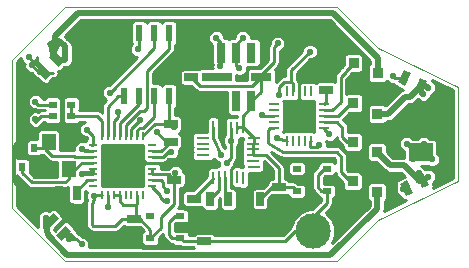
<source format=gtl>
G04 (created by PCBNEW (2013-jul-07)-stable) date Fri 06 Feb 2015 01:54:20 AM EST*
%MOIN*%
G04 Gerber Fmt 3.4, Leading zero omitted, Abs format*
%FSLAX34Y34*%
G01*
G70*
G90*
G04 APERTURE LIST*
%ADD10C,0.00590551*%
%ADD11C,0.00393701*%
%ADD12R,0.0433071X0.00984252*%
%ADD13R,0.00984252X0.0433071*%
%ADD14R,0.0409449X0.00984252*%
%ADD15R,0.047X0.055*%
%ADD16R,0.036X0.036*%
%ADD17R,0.03X0.02*%
%ADD18R,0.0236X0.0551*%
%ADD19R,0.08X0.06*%
%ADD20R,0.025X0.045*%
%ADD21R,0.045X0.025*%
%ADD22R,0.03X0.01*%
%ADD23R,0.01X0.03*%
%ADD24R,0.1181X0.1181*%
%ADD25R,0.023622X0.0275591*%
%ADD26R,0.0314961X0.065748*%
%ADD27R,0.065748X0.0314961*%
%ADD28R,0.0984252X0.0314961*%
%ADD29C,0.11811*%
%ADD30R,0.108268X0.108268*%
%ADD31R,0.0354331X0.00984252*%
%ADD32R,0.00984252X0.0354331*%
%ADD33R,0.0275591X0.023622*%
%ADD34C,0.022*%
%ADD35C,0.009*%
%ADD36C,0.02*%
%ADD37C,0.01*%
G04 APERTURE END LIST*
G54D10*
G54D11*
X55118Y-14960D02*
X46062Y-14960D01*
X55118Y-23425D02*
X46062Y-23425D01*
X46062Y-23425D02*
X44291Y-21653D01*
X44291Y-16732D02*
X46062Y-14960D01*
X59153Y-20767D02*
X56496Y-22047D01*
X59153Y-17618D02*
X59153Y-20767D01*
X56496Y-16338D02*
X59153Y-17618D01*
X44291Y-16732D02*
X44291Y-21653D01*
X55118Y-14960D02*
X56496Y-16338D01*
X55118Y-23425D02*
X56496Y-22047D01*
G54D12*
X50658Y-19314D03*
X50678Y-19511D03*
X50678Y-19707D03*
X50678Y-19904D03*
X50678Y-20101D03*
X50658Y-20298D03*
G54D13*
X51012Y-20652D03*
X51209Y-20633D03*
X51406Y-20633D03*
X51603Y-20633D03*
X51800Y-20633D03*
X51997Y-20652D03*
G54D14*
X52351Y-20298D03*
G54D12*
X52331Y-20101D03*
X52331Y-19904D03*
X52331Y-19707D03*
X52331Y-19511D03*
X52351Y-19314D03*
G54D13*
X51997Y-18959D03*
X51800Y-18979D03*
X51603Y-18979D03*
X51406Y-18979D03*
X51209Y-18979D03*
X51012Y-18959D03*
G54D15*
X46188Y-19461D03*
X45518Y-19461D03*
X45518Y-20361D03*
X46188Y-20361D03*
G54D16*
X55680Y-18870D03*
X55680Y-18170D03*
X56480Y-18520D03*
X55684Y-17518D03*
X55684Y-16818D03*
X56484Y-17168D03*
X55670Y-20150D03*
X55670Y-19450D03*
X56470Y-19800D03*
X55670Y-21470D03*
X55670Y-20770D03*
X56470Y-21120D03*
G54D17*
X54799Y-21091D03*
X54799Y-20341D03*
X53799Y-21091D03*
X54799Y-20716D03*
X53799Y-20341D03*
X49915Y-22668D03*
X49915Y-21918D03*
X48915Y-22668D03*
X49915Y-22293D03*
X48915Y-21918D03*
G54D18*
X49540Y-17927D03*
X49540Y-15827D03*
X49040Y-17927D03*
X48540Y-17927D03*
X48040Y-17927D03*
X49040Y-15827D03*
X48540Y-15827D03*
X48040Y-15827D03*
G54D19*
X57920Y-19800D03*
X57920Y-18500D03*
G54D20*
X51511Y-21371D03*
X50911Y-21371D03*
G54D21*
X53191Y-20964D03*
X53191Y-21564D03*
X50350Y-21350D03*
X50350Y-20750D03*
X50262Y-17900D03*
X50262Y-17300D03*
X54768Y-17109D03*
X54768Y-17709D03*
G54D20*
X52559Y-21360D03*
X51959Y-21360D03*
G54D21*
X49707Y-20718D03*
X49707Y-20118D03*
X50706Y-22769D03*
X50706Y-22169D03*
G54D22*
X47000Y-20736D03*
X47000Y-20539D03*
X47000Y-20342D03*
X47000Y-20933D03*
G54D23*
X47295Y-21228D03*
X47492Y-21228D03*
X47689Y-21228D03*
X47886Y-21228D03*
X48082Y-21228D03*
X48279Y-21228D03*
X48476Y-21228D03*
X48673Y-21228D03*
G54D22*
X48968Y-19555D03*
X48968Y-20933D03*
X48968Y-20736D03*
X48968Y-20539D03*
X48968Y-20342D03*
X48968Y-20146D03*
X48968Y-19949D03*
X48968Y-19752D03*
G54D23*
X48673Y-19260D03*
X48476Y-19260D03*
X48279Y-19260D03*
X48082Y-19260D03*
X47886Y-19260D03*
X47689Y-19260D03*
X47492Y-19260D03*
X47295Y-19260D03*
G54D22*
X47000Y-19555D03*
X47000Y-19752D03*
X47000Y-19949D03*
X47000Y-20146D03*
G54D24*
X47984Y-20244D03*
G54D25*
X44638Y-20278D03*
X44638Y-19649D03*
X45031Y-20278D03*
X45031Y-19649D03*
G54D26*
X51281Y-18103D03*
X51781Y-18103D03*
X52281Y-18103D03*
G54D27*
X52608Y-17290D03*
G54D26*
X52281Y-16477D03*
X51781Y-16477D03*
X51281Y-16477D03*
G54D28*
X51128Y-17290D03*
G54D29*
X46850Y-15944D03*
X54330Y-22440D03*
G54D21*
X48380Y-22030D03*
X48380Y-22630D03*
G54D10*
G36*
X45700Y-16461D02*
X46018Y-16779D01*
X45841Y-16956D01*
X45523Y-16638D01*
X45700Y-16461D01*
X45700Y-16461D01*
G37*
G36*
X45276Y-16885D02*
X45594Y-17204D01*
X45417Y-17380D01*
X45099Y-17062D01*
X45276Y-16885D01*
X45276Y-16885D01*
G37*
G36*
X58140Y-17425D02*
X57950Y-17833D01*
X57723Y-17727D01*
X57913Y-17320D01*
X58140Y-17425D01*
X58140Y-17425D01*
G37*
G36*
X57596Y-17172D02*
X57406Y-17579D01*
X57179Y-17474D01*
X57369Y-17066D01*
X57596Y-17172D01*
X57596Y-17172D01*
G37*
G36*
X58010Y-20486D02*
X58200Y-20894D01*
X57973Y-20999D01*
X57783Y-20592D01*
X58010Y-20486D01*
X58010Y-20486D01*
G37*
G36*
X57466Y-20740D02*
X57656Y-21147D01*
X57429Y-21253D01*
X57239Y-20845D01*
X57466Y-20740D01*
X57466Y-20740D01*
G37*
G36*
X45355Y-22145D02*
X45673Y-21827D01*
X45850Y-22004D01*
X45532Y-22322D01*
X45355Y-22145D01*
X45355Y-22145D01*
G37*
G36*
X45779Y-22570D02*
X46097Y-22252D01*
X46274Y-22428D01*
X45956Y-22747D01*
X45779Y-22570D01*
X45779Y-22570D01*
G37*
G54D20*
X45852Y-21166D03*
X46452Y-21166D03*
G54D21*
X49587Y-19445D03*
X49587Y-18845D03*
G54D30*
X53858Y-18599D03*
G54D31*
X54684Y-18992D03*
X54684Y-18795D03*
X54684Y-18599D03*
X54684Y-18402D03*
X54684Y-18205D03*
G54D32*
X54251Y-17772D03*
X54054Y-17772D03*
X53858Y-17772D03*
X53661Y-17772D03*
X53464Y-17772D03*
G54D31*
X53031Y-18205D03*
X53031Y-18402D03*
X53031Y-18599D03*
X53031Y-18795D03*
X53031Y-18992D03*
G54D32*
X53464Y-19425D03*
X53661Y-19425D03*
X53858Y-19425D03*
X54054Y-19425D03*
X54251Y-19425D03*
G54D33*
X46279Y-18602D03*
X45649Y-18602D03*
X46279Y-18208D03*
X45649Y-18208D03*
G54D34*
X47040Y-21258D03*
X46625Y-20535D03*
X49740Y-20478D03*
X49703Y-18959D03*
X53154Y-16169D03*
X57010Y-17260D03*
X46620Y-22869D03*
X44856Y-16623D03*
X44975Y-16905D03*
X58023Y-19509D03*
X57456Y-19516D03*
X57666Y-20027D03*
X54230Y-16443D03*
X58300Y-20040D03*
X46193Y-22703D03*
X57346Y-21031D03*
X53196Y-17878D03*
X57869Y-18375D03*
X49420Y-22890D03*
X51888Y-20169D03*
X50134Y-18277D03*
X54404Y-17045D03*
X53934Y-18258D03*
X51114Y-22323D03*
X56012Y-20295D03*
X48258Y-19985D03*
X48370Y-20734D03*
X50386Y-21945D03*
X48034Y-22449D03*
X53459Y-18978D03*
X51294Y-19308D03*
X56298Y-19290D03*
X56433Y-19005D03*
X56196Y-18888D03*
X56046Y-19188D03*
X57561Y-18277D03*
X57614Y-18689D03*
X58122Y-18329D03*
X57911Y-18779D03*
X45332Y-20062D03*
X45626Y-18949D03*
X49130Y-19132D03*
X49614Y-19788D03*
X45669Y-16535D03*
X46018Y-16240D03*
X58002Y-17850D03*
X58173Y-17651D03*
X57857Y-20502D03*
X58170Y-20620D03*
X45429Y-22196D03*
X45430Y-21980D03*
X52638Y-18543D03*
X54528Y-19545D03*
X45078Y-18700D03*
X45078Y-18110D03*
X47508Y-21624D03*
X47840Y-18446D03*
X47556Y-17816D03*
X48496Y-16366D03*
X48578Y-18732D03*
X49451Y-21411D03*
X51449Y-20156D03*
X51990Y-15987D03*
X51597Y-19416D03*
X51863Y-16996D03*
X54869Y-19202D03*
X51242Y-16911D03*
X49453Y-21094D03*
X51102Y-15993D03*
X51256Y-19882D03*
X53130Y-19338D03*
X46800Y-19044D03*
X46638Y-19686D03*
G54D35*
X46697Y-20462D02*
X46880Y-20462D01*
X46880Y-20462D02*
X47000Y-20342D01*
X47000Y-20539D02*
X46629Y-20539D01*
X46629Y-20539D02*
X46625Y-20535D01*
X47000Y-20342D02*
X47000Y-20539D01*
X47040Y-21258D02*
X47040Y-21356D01*
X47040Y-21356D02*
X46962Y-21510D01*
X46962Y-21510D02*
X46962Y-22221D01*
X46962Y-22221D02*
X46994Y-22253D01*
X46994Y-22253D02*
X47745Y-22253D01*
X47745Y-22253D02*
X47968Y-22030D01*
X47968Y-22030D02*
X48380Y-22030D01*
X47040Y-21258D02*
X47145Y-21228D01*
X47145Y-21228D02*
X47295Y-21228D01*
X46697Y-20462D02*
X46625Y-20535D01*
X49540Y-17927D02*
X49540Y-18797D01*
X49540Y-18797D02*
X49587Y-18845D01*
X48425Y-21552D02*
X48425Y-21747D01*
X48425Y-21747D02*
X48425Y-21985D01*
X48425Y-21985D02*
X48380Y-22030D01*
X47886Y-21228D02*
X47886Y-21428D01*
X47886Y-21428D02*
X48010Y-21552D01*
X48010Y-21552D02*
X48425Y-21552D01*
X48425Y-21552D02*
X48476Y-21500D01*
X48476Y-21500D02*
X48476Y-21228D01*
X47689Y-21228D02*
X47886Y-21228D01*
X49707Y-20718D02*
X49707Y-21525D01*
X49707Y-21525D02*
X49273Y-21959D01*
X49273Y-21959D02*
X49273Y-22310D01*
X49273Y-22310D02*
X48915Y-22668D01*
X49707Y-20718D02*
X49707Y-20511D01*
X49707Y-20511D02*
X49740Y-20478D01*
X49703Y-18959D02*
X49697Y-18953D01*
X49697Y-18953D02*
X49587Y-18845D01*
X48968Y-20539D02*
X49528Y-20539D01*
X49528Y-20539D02*
X49707Y-20718D01*
X48968Y-20342D02*
X48968Y-20539D01*
X48673Y-19260D02*
X48673Y-19232D01*
X48673Y-19232D02*
X49060Y-18845D01*
X49060Y-18845D02*
X49587Y-18845D01*
X48915Y-22668D02*
X48915Y-22395D01*
X48915Y-22395D02*
X48550Y-22030D01*
X48550Y-22030D02*
X48380Y-22030D01*
X53032Y-16800D02*
X53032Y-16291D01*
X53032Y-16291D02*
X53154Y-16169D01*
X52608Y-17290D02*
X52608Y-17223D01*
X52608Y-17223D02*
X53032Y-16800D01*
X50262Y-17300D02*
X50267Y-17300D01*
X50267Y-17300D02*
X50562Y-17595D01*
X50562Y-17595D02*
X52303Y-17595D01*
X52303Y-17595D02*
X52608Y-17290D01*
X53191Y-20964D02*
X53672Y-20964D01*
X53672Y-20964D02*
X53799Y-21091D01*
X53191Y-20964D02*
X52955Y-20964D01*
X52955Y-20964D02*
X52559Y-21360D01*
X52331Y-19904D02*
X52772Y-19904D01*
X52772Y-19904D02*
X53191Y-20323D01*
X53191Y-20323D02*
X53191Y-20964D01*
X51997Y-18959D02*
X52351Y-19314D01*
X52331Y-19707D02*
X52331Y-19904D01*
X52331Y-19511D02*
X52331Y-19707D01*
X52351Y-19314D02*
X52351Y-19491D01*
X52351Y-19491D02*
X52331Y-19511D01*
X52608Y-17290D02*
X52608Y-17776D01*
X52608Y-17776D02*
X52281Y-18103D01*
X51997Y-18959D02*
X51997Y-18590D01*
X52281Y-18306D02*
X52281Y-18103D01*
X51997Y-18590D02*
X52281Y-18306D01*
X51997Y-18959D02*
X52006Y-18959D01*
X51997Y-18959D02*
X51820Y-18959D01*
X51820Y-18959D02*
X51800Y-18979D01*
X46444Y-22693D02*
X46426Y-22693D01*
X46243Y-22511D02*
X46023Y-22511D01*
X46426Y-22693D02*
X46243Y-22511D01*
X45654Y-17141D02*
X45487Y-17141D01*
X45487Y-17141D02*
X45078Y-16732D01*
X45654Y-17141D02*
X45374Y-17141D01*
X45374Y-17141D02*
X44856Y-16623D01*
X45654Y-17141D02*
X45211Y-17141D01*
X45211Y-17141D02*
X44975Y-16905D01*
X57388Y-17323D02*
X57073Y-17323D01*
X57073Y-17323D02*
X57010Y-17260D01*
X49915Y-21918D02*
X49719Y-21918D01*
X49719Y-21918D02*
X49524Y-22113D01*
X49524Y-22113D02*
X49524Y-22554D01*
X49524Y-22554D02*
X49638Y-22668D01*
X49638Y-22668D02*
X49915Y-22668D01*
X46620Y-22869D02*
X46444Y-22693D01*
X46444Y-22693D02*
X46454Y-22703D01*
X46454Y-22703D02*
X46193Y-22703D01*
X44975Y-16742D02*
X44975Y-16905D01*
X44856Y-16623D02*
X44975Y-16742D01*
X45130Y-16626D02*
X45130Y-16749D01*
X45130Y-16749D02*
X44975Y-16905D01*
X57920Y-19800D02*
X57740Y-19800D01*
X57920Y-19612D02*
X57920Y-19800D01*
X58023Y-19509D02*
X57920Y-19612D01*
X57740Y-19800D02*
X57456Y-19516D01*
X57893Y-19800D02*
X57920Y-19800D01*
X57666Y-20027D02*
X57893Y-19800D01*
X54799Y-20341D02*
X54691Y-20341D01*
X54614Y-21091D02*
X54799Y-21091D01*
X54488Y-20965D02*
X54614Y-21091D01*
X54488Y-20545D02*
X54488Y-20965D01*
X54691Y-20341D02*
X54488Y-20545D01*
X53599Y-17446D02*
X53599Y-17061D01*
X53599Y-17061D02*
X54230Y-16443D01*
X58060Y-19800D02*
X57920Y-19800D01*
X58300Y-20040D02*
X58060Y-19800D01*
X54799Y-21490D02*
X54799Y-21091D01*
X50706Y-22769D02*
X50016Y-22769D01*
X50016Y-22769D02*
X49915Y-22668D01*
X53401Y-22769D02*
X50706Y-22769D01*
X46022Y-22532D02*
X45982Y-22532D01*
X46193Y-22703D02*
X46022Y-22532D01*
X57381Y-20996D02*
X57346Y-21031D01*
X57448Y-20996D02*
X57381Y-20996D01*
X53661Y-17772D02*
X53661Y-17497D01*
X53196Y-17614D02*
X53196Y-17878D01*
X53364Y-17446D02*
X53196Y-17614D01*
X53610Y-17446D02*
X53599Y-17446D01*
X53599Y-17446D02*
X53364Y-17446D01*
X53661Y-17497D02*
X53610Y-17446D01*
X54330Y-22440D02*
X54330Y-21959D01*
X54330Y-21959D02*
X54799Y-21490D01*
X54330Y-22440D02*
X53729Y-22440D01*
X53729Y-22440D02*
X53401Y-22769D01*
X57512Y-18445D02*
X57463Y-18494D01*
X57799Y-18445D02*
X57512Y-18445D01*
X57869Y-18375D02*
X57799Y-18445D01*
X49420Y-22890D02*
X49364Y-22946D01*
X49364Y-22946D02*
X48475Y-22946D01*
X48475Y-22946D02*
X48380Y-22851D01*
X48380Y-22851D02*
X48380Y-22630D01*
X51603Y-20633D02*
X51603Y-20348D01*
X51603Y-20348D02*
X51783Y-20169D01*
X51783Y-20169D02*
X51888Y-20169D01*
X50134Y-18277D02*
X50262Y-18148D01*
X50262Y-18148D02*
X50262Y-17900D01*
X45459Y-21402D02*
X45459Y-21405D01*
X45459Y-21405D02*
X46503Y-22449D01*
X46503Y-22449D02*
X48034Y-22449D01*
X45850Y-21163D02*
X45850Y-21164D01*
X45850Y-21164D02*
X45613Y-21402D01*
X45613Y-21402D02*
X45459Y-21402D01*
X45459Y-21402D02*
X45004Y-21402D01*
X45004Y-21402D02*
X44379Y-20777D01*
X44379Y-20777D02*
X44379Y-19559D01*
X44379Y-19559D02*
X44638Y-19299D01*
X54768Y-17109D02*
X54468Y-17109D01*
X54468Y-17109D02*
X54404Y-17045D01*
X53934Y-18258D02*
X53858Y-18334D01*
X53858Y-18334D02*
X53858Y-18599D01*
X50706Y-22169D02*
X50960Y-22169D01*
X50960Y-22169D02*
X51114Y-22323D01*
X56091Y-20230D02*
X56077Y-20230D01*
X56077Y-20230D02*
X56012Y-20295D01*
X50706Y-22169D02*
X51485Y-22169D01*
X51485Y-22169D02*
X51959Y-21694D01*
X51959Y-21694D02*
X51959Y-21360D01*
X50350Y-20750D02*
X50293Y-20750D01*
X50293Y-20750D02*
X49911Y-21132D01*
X49911Y-21132D02*
X49911Y-21519D01*
X49911Y-21519D02*
X50067Y-21675D01*
X50067Y-21675D02*
X50116Y-21675D01*
X50116Y-21675D02*
X50386Y-21945D01*
X47047Y-15944D02*
X47922Y-15944D01*
X47922Y-15944D02*
X48040Y-15827D01*
X45829Y-19012D02*
X45689Y-19012D01*
X45689Y-19012D02*
X45626Y-18949D01*
X45411Y-20388D02*
X45411Y-20141D01*
X45411Y-20141D02*
X45332Y-20062D01*
X44638Y-19649D02*
X44638Y-19299D01*
X44638Y-19299D02*
X44926Y-19012D01*
X44926Y-19012D02*
X45829Y-19012D01*
X45829Y-19012D02*
X45941Y-19012D01*
X45941Y-19012D02*
X46081Y-19152D01*
X46081Y-19152D02*
X46081Y-19488D01*
X44638Y-19649D02*
X44638Y-19753D01*
X44638Y-19753D02*
X44847Y-19962D01*
X44847Y-19962D02*
X45023Y-19962D01*
X45023Y-19962D02*
X45031Y-19970D01*
X45031Y-19970D02*
X45031Y-20278D01*
X48258Y-19985D02*
X47998Y-20244D01*
X47998Y-20244D02*
X47984Y-20244D01*
X48370Y-20734D02*
X47984Y-20348D01*
X47984Y-20348D02*
X47984Y-20244D01*
X45411Y-20388D02*
X45140Y-20388D01*
X45140Y-20388D02*
X45031Y-20278D01*
X45850Y-21163D02*
X45789Y-21163D01*
X48968Y-20146D02*
X49678Y-20146D01*
X49678Y-20146D02*
X49707Y-20118D01*
X47984Y-20244D02*
X48560Y-20244D01*
X48560Y-20244D02*
X48658Y-20146D01*
X48658Y-20146D02*
X48968Y-20146D01*
X50706Y-22169D02*
X50610Y-22169D01*
X50610Y-22169D02*
X50386Y-21945D01*
X48380Y-22630D02*
X48215Y-22630D01*
X48215Y-22630D02*
X48034Y-22449D01*
X50706Y-22169D02*
X50290Y-22169D01*
X50290Y-22169D02*
X50166Y-22293D01*
X50166Y-22293D02*
X49915Y-22293D01*
X53459Y-18978D02*
X53838Y-18599D01*
X53838Y-18599D02*
X53858Y-18599D01*
X51209Y-18979D02*
X51209Y-19223D01*
X51209Y-19223D02*
X51294Y-19308D01*
X53191Y-21564D02*
X53041Y-21564D01*
X53041Y-21564D02*
X52799Y-21807D01*
X52799Y-21807D02*
X52405Y-21807D01*
X52405Y-21807D02*
X51959Y-21360D01*
X50262Y-17900D02*
X51079Y-17900D01*
X51079Y-17900D02*
X51281Y-18103D01*
X51281Y-18103D02*
X51281Y-18150D01*
X51281Y-18150D02*
X50298Y-19134D01*
X50298Y-19134D02*
X50298Y-20166D01*
X50298Y-20166D02*
X50430Y-20298D01*
X50430Y-20298D02*
X50658Y-20298D01*
X50658Y-20298D02*
X50658Y-20121D01*
X50658Y-20121D02*
X50678Y-20101D01*
X50350Y-20750D02*
X50350Y-20607D01*
X50350Y-20607D02*
X50658Y-20298D01*
X51603Y-20633D02*
X51603Y-20907D01*
X51603Y-20907D02*
X51959Y-21263D01*
X51959Y-21263D02*
X51959Y-21360D01*
X56148Y-19391D02*
X56556Y-19391D01*
X56556Y-19391D02*
X56741Y-19206D01*
X56328Y-19206D02*
X56328Y-19260D01*
X56328Y-19260D02*
X56298Y-19290D01*
X56433Y-19005D02*
X56316Y-18888D01*
X56316Y-18888D02*
X56196Y-18888D01*
X56046Y-19188D02*
X56145Y-19287D01*
X56145Y-19287D02*
X56247Y-19287D01*
X57561Y-18277D02*
X57784Y-18500D01*
X57784Y-18500D02*
X57920Y-18500D01*
X57803Y-18500D02*
X57920Y-18500D01*
X57614Y-18689D02*
X57803Y-18500D01*
X57951Y-18500D02*
X57920Y-18500D01*
X58122Y-18329D02*
X57951Y-18500D01*
X57920Y-18770D02*
X57920Y-18500D01*
X57911Y-18779D02*
X57920Y-18770D01*
X54768Y-17109D02*
X54768Y-16976D01*
X56111Y-17316D02*
X55980Y-17446D01*
X56111Y-16687D02*
X56111Y-17316D01*
X55872Y-16448D02*
X56111Y-16687D01*
X55296Y-16448D02*
X55872Y-16448D01*
X54768Y-16976D02*
X55296Y-16448D01*
X54799Y-20716D02*
X54943Y-20716D01*
X55332Y-21105D02*
X55900Y-21105D01*
X54943Y-20716D02*
X55332Y-21105D01*
X56148Y-19206D02*
X56148Y-19391D01*
X56148Y-19391D02*
X56148Y-21112D01*
X55790Y-21470D02*
X55670Y-21470D01*
X56148Y-21112D02*
X55790Y-21470D01*
X56091Y-21021D02*
X56091Y-21049D01*
X56091Y-19999D02*
X56091Y-20230D01*
X56091Y-20230D02*
X56091Y-21021D01*
X56091Y-21049D02*
X55670Y-21470D01*
X55670Y-20150D02*
X55670Y-20219D01*
X55670Y-20219D02*
X56012Y-20561D01*
X55670Y-20150D02*
X55670Y-20097D01*
X55670Y-20097D02*
X56012Y-19755D01*
X55684Y-17518D02*
X55708Y-17518D01*
X55708Y-17518D02*
X55950Y-17760D01*
X56012Y-19215D02*
X56012Y-19202D01*
X56012Y-19202D02*
X55680Y-18870D01*
X55680Y-18870D02*
X55680Y-18832D01*
X55680Y-18832D02*
X55940Y-18572D01*
X55940Y-18572D02*
X56012Y-18572D01*
X55684Y-17518D02*
X55813Y-17518D01*
X55813Y-17518D02*
X56012Y-17717D01*
X56012Y-17717D02*
X56012Y-18572D01*
X55670Y-21335D02*
X55670Y-21470D01*
X56012Y-20993D02*
X55900Y-21105D01*
X55900Y-21105D02*
X55670Y-21335D01*
X56012Y-20561D02*
X56012Y-20993D01*
X56012Y-19755D02*
X56012Y-20561D01*
X56012Y-18572D02*
X56012Y-19215D01*
X56012Y-19215D02*
X56012Y-19755D01*
X55684Y-17518D02*
X55801Y-17518D01*
X55801Y-17518D02*
X55886Y-17433D01*
X55886Y-17433D02*
X55967Y-17433D01*
X55967Y-17433D02*
X55980Y-17446D01*
X56160Y-17626D02*
X56160Y-18842D01*
X55980Y-17446D02*
X56160Y-17626D01*
X56091Y-19206D02*
X56148Y-19206D01*
X56148Y-19206D02*
X56328Y-19206D01*
X56328Y-19206D02*
X56741Y-19206D01*
X56741Y-19206D02*
X57204Y-19206D01*
X57910Y-18500D02*
X57920Y-18500D01*
X57204Y-19206D02*
X57910Y-18500D01*
X56091Y-18888D02*
X57042Y-18888D01*
X57042Y-18888D02*
X57430Y-18500D01*
X57430Y-18500D02*
X57920Y-18500D01*
X56091Y-18963D02*
X57087Y-18963D01*
X57550Y-18500D02*
X57920Y-18500D01*
X57087Y-18963D02*
X57550Y-18500D01*
X57132Y-19040D02*
X57672Y-18500D01*
X56091Y-19040D02*
X57132Y-19040D01*
X57672Y-18500D02*
X57920Y-18500D01*
X57920Y-18500D02*
X57800Y-18500D01*
X57169Y-19131D02*
X56091Y-19131D01*
X57800Y-18500D02*
X57169Y-19131D01*
X56091Y-18781D02*
X56091Y-18888D01*
X56091Y-18888D02*
X56091Y-18963D01*
X56091Y-18963D02*
X56091Y-19040D01*
X56091Y-19040D02*
X56091Y-19131D01*
X56091Y-19131D02*
X56091Y-19206D01*
X56091Y-19206D02*
X56091Y-19999D01*
X55940Y-20150D02*
X55670Y-20150D01*
X56091Y-19999D02*
X55940Y-20150D01*
X55684Y-17518D02*
X55934Y-17518D01*
X56002Y-18870D02*
X55680Y-18870D01*
X56091Y-18781D02*
X56002Y-18870D01*
X56091Y-17675D02*
X56091Y-18781D01*
X55934Y-17518D02*
X56091Y-17675D01*
X51209Y-18979D02*
X51209Y-18174D01*
X51209Y-18174D02*
X51281Y-18103D01*
X51406Y-18979D02*
X51209Y-18979D01*
X53858Y-17772D02*
X53858Y-17341D01*
X54090Y-17109D02*
X54768Y-17109D01*
X53858Y-17341D02*
X54090Y-17109D01*
X53858Y-17772D02*
X53858Y-18599D01*
X46279Y-18602D02*
X47145Y-18602D01*
X47145Y-18602D02*
X47295Y-18751D01*
X47295Y-18751D02*
X47295Y-19260D01*
X46279Y-18208D02*
X46279Y-18602D01*
X49130Y-19132D02*
X49429Y-19445D01*
X49429Y-19445D02*
X49587Y-19445D01*
X48968Y-19752D02*
X49280Y-19752D01*
X49280Y-19752D02*
X49587Y-19445D01*
X48968Y-19949D02*
X49330Y-19949D01*
X49330Y-19949D02*
X49492Y-19788D01*
X49492Y-19788D02*
X49614Y-19788D01*
G54D36*
X46078Y-16717D02*
X46078Y-16300D01*
X46078Y-16300D02*
X46018Y-16240D01*
X46078Y-16717D02*
X45850Y-16717D01*
X45850Y-16717D02*
X45669Y-16535D01*
X46594Y-15143D02*
X46510Y-15143D01*
X45720Y-15933D02*
X45669Y-16535D01*
X46510Y-15143D02*
X45720Y-15933D01*
X45861Y-16083D02*
X45669Y-16535D01*
X46018Y-16240D02*
X45861Y-16083D01*
X45555Y-16202D02*
X45600Y-16202D01*
X45600Y-16202D02*
X45669Y-16535D01*
X56484Y-17168D02*
X56484Y-16641D01*
X54986Y-15143D02*
X46594Y-15143D01*
X46594Y-15143D02*
X46614Y-15143D01*
X56484Y-16641D02*
X54986Y-15143D01*
X57931Y-17576D02*
X57931Y-17779D01*
X57931Y-17779D02*
X58002Y-17850D01*
X57931Y-17576D02*
X58098Y-17576D01*
X58098Y-17576D02*
X58173Y-17651D01*
X56480Y-18520D02*
X56842Y-18520D01*
X57560Y-17948D02*
X57931Y-17576D01*
X57414Y-17948D02*
X57560Y-17948D01*
X56842Y-18520D02*
X57414Y-17948D01*
X57683Y-20545D02*
X57814Y-20545D01*
X57814Y-20545D02*
X57857Y-20502D01*
X57991Y-20743D02*
X57881Y-20743D01*
X56895Y-20225D02*
X56470Y-19800D01*
X57363Y-20225D02*
X56895Y-20225D01*
X57881Y-20743D02*
X57683Y-20545D01*
X57683Y-20545D02*
X57363Y-20225D01*
G54D35*
X57991Y-20743D02*
X58046Y-20743D01*
X58046Y-20743D02*
X58170Y-20620D01*
G54D36*
X45429Y-22196D02*
X45430Y-22201D01*
X45430Y-22201D02*
X45430Y-21980D01*
X45557Y-22107D02*
X45430Y-21980D01*
X56470Y-21120D02*
X56470Y-21680D01*
X45416Y-22244D02*
X45557Y-22107D01*
X45503Y-22562D02*
X45416Y-22244D01*
X46141Y-23212D02*
X45503Y-22562D01*
X54912Y-23238D02*
X46141Y-23212D01*
X56470Y-21680D02*
X54912Y-23238D01*
G54D35*
X55422Y-17110D02*
X55422Y-17080D01*
X55422Y-17080D02*
X55684Y-16818D01*
X54684Y-18402D02*
X54966Y-18402D01*
X55251Y-17281D02*
X55422Y-17110D01*
X55422Y-17110D02*
X55431Y-17101D01*
X55251Y-18118D02*
X55251Y-17281D01*
X54966Y-18402D02*
X55251Y-18118D01*
X54684Y-18599D02*
X55159Y-18599D01*
X55588Y-18170D02*
X55680Y-18170D01*
X55159Y-18599D02*
X55588Y-18170D01*
X54684Y-18795D02*
X55134Y-18795D01*
X55471Y-19450D02*
X55670Y-19450D01*
X55314Y-19293D02*
X55471Y-19450D01*
X55314Y-18975D02*
X55314Y-19293D01*
X55134Y-18795D02*
X55314Y-18975D01*
X52836Y-19506D02*
X52836Y-19056D01*
X52836Y-19056D02*
X52899Y-18992D01*
X52899Y-18992D02*
X53031Y-18992D01*
X55116Y-19787D02*
X55272Y-19943D01*
X53321Y-19787D02*
X55116Y-19787D01*
X52836Y-19506D02*
X53321Y-19787D01*
X55670Y-20770D02*
X55570Y-20770D01*
X55272Y-20472D02*
X55272Y-19943D01*
X55570Y-20770D02*
X55272Y-20472D01*
X51012Y-20652D02*
X51012Y-20677D01*
X51012Y-20677D02*
X50350Y-21340D01*
X50350Y-21340D02*
X50350Y-21350D01*
X45780Y-20804D02*
X46072Y-20804D01*
X46072Y-20804D02*
X46188Y-20688D01*
X46188Y-20688D02*
X46188Y-20361D01*
X46081Y-20388D02*
X46081Y-20484D01*
X45761Y-20804D02*
X45780Y-20804D01*
X45780Y-20804D02*
X44956Y-20804D01*
X44956Y-20804D02*
X44638Y-20486D01*
X44638Y-20486D02*
X44638Y-20278D01*
X46145Y-20390D02*
X46375Y-20390D01*
X46375Y-20390D02*
X46619Y-20146D01*
X46619Y-20146D02*
X47000Y-20146D01*
X45411Y-19488D02*
X45411Y-19689D01*
X45411Y-19689D02*
X45648Y-19926D01*
X45648Y-19926D02*
X46373Y-19926D01*
X46373Y-19926D02*
X46396Y-19949D01*
X46396Y-19949D02*
X47000Y-19949D01*
X45031Y-19649D02*
X45317Y-19649D01*
X45317Y-19649D02*
X45475Y-19490D01*
X47000Y-20736D02*
X46803Y-20736D01*
X46803Y-20736D02*
X46450Y-21089D01*
X46450Y-21089D02*
X46450Y-21163D01*
X52638Y-18543D02*
X52694Y-18599D01*
X52694Y-18599D02*
X53031Y-18599D01*
X54243Y-19434D02*
X54251Y-19425D01*
X54243Y-19611D02*
X54243Y-19434D01*
X54461Y-19611D02*
X54243Y-19611D01*
X54528Y-19545D02*
X54461Y-19611D01*
X54768Y-17709D02*
X54768Y-18122D01*
X54768Y-18122D02*
X54684Y-18205D01*
X45649Y-18602D02*
X45275Y-18602D01*
X45275Y-18602D02*
X45078Y-18799D01*
X45078Y-18799D02*
X45078Y-18700D01*
X45649Y-18208D02*
X45177Y-18208D01*
X45177Y-18208D02*
X45078Y-18110D01*
X47492Y-21608D02*
X47492Y-21228D01*
X47508Y-21624D02*
X47492Y-21608D01*
X51209Y-20633D02*
X51209Y-21072D01*
X51209Y-21072D02*
X50911Y-21371D01*
X47689Y-19260D02*
X47689Y-18774D01*
X47689Y-18774D02*
X47840Y-18624D01*
X47840Y-18624D02*
X47840Y-18446D01*
X47556Y-17816D02*
X49040Y-16332D01*
X49040Y-16332D02*
X49040Y-15827D01*
X47492Y-19260D02*
X47492Y-18275D01*
X47492Y-18275D02*
X47841Y-17927D01*
X47841Y-17927D02*
X48040Y-17927D01*
X51406Y-20633D02*
X51406Y-21266D01*
X51406Y-21266D02*
X51511Y-21371D01*
X48496Y-16366D02*
X48540Y-16322D01*
X48540Y-16322D02*
X48540Y-15827D01*
X48279Y-19260D02*
X48279Y-19009D01*
X48279Y-19009D02*
X48557Y-18732D01*
X48557Y-18732D02*
X48578Y-18732D01*
X48476Y-19260D02*
X48476Y-19067D01*
X48476Y-19067D02*
X48568Y-18976D01*
X48568Y-18976D02*
X48676Y-18976D01*
X48676Y-18976D02*
X49040Y-18612D01*
X49040Y-18612D02*
X49040Y-17927D01*
X48082Y-19260D02*
X48082Y-18884D01*
X48082Y-18884D02*
X48551Y-18416D01*
X48551Y-18416D02*
X48709Y-18416D01*
X48709Y-18416D02*
X48791Y-18334D01*
X48791Y-18334D02*
X48791Y-17094D01*
X48791Y-17094D02*
X49540Y-16345D01*
X49540Y-16345D02*
X49540Y-15827D01*
X48540Y-17927D02*
X48540Y-18179D01*
X48540Y-18179D02*
X47886Y-18833D01*
X47886Y-18833D02*
X47886Y-19260D01*
X49248Y-21240D02*
X49248Y-21290D01*
X49248Y-21290D02*
X49369Y-21411D01*
X49369Y-21411D02*
X49451Y-21411D01*
X51449Y-20156D02*
X51471Y-20156D01*
X51471Y-20156D02*
X51471Y-20115D01*
X51471Y-20115D02*
X51597Y-19989D01*
X51597Y-19989D02*
X51597Y-19416D01*
X48968Y-20933D02*
X48968Y-20960D01*
X48968Y-20960D02*
X49248Y-21240D01*
X49248Y-21240D02*
X49240Y-21232D01*
X51781Y-16477D02*
X51781Y-16195D01*
X51781Y-16195D02*
X51990Y-15987D01*
X51603Y-18979D02*
X51597Y-19415D01*
X51597Y-19415D02*
X51597Y-19416D01*
X51781Y-16914D02*
X51781Y-16477D01*
X51863Y-16996D02*
X51781Y-16914D01*
X54684Y-18992D02*
X54684Y-19017D01*
X54684Y-19017D02*
X54869Y-19202D01*
X51242Y-16911D02*
X51281Y-16871D01*
X51281Y-16871D02*
X51281Y-16477D01*
X49434Y-21075D02*
X49453Y-21094D01*
X49434Y-21045D02*
X49434Y-21075D01*
X49434Y-21075D02*
X49453Y-21094D01*
X48968Y-20736D02*
X49269Y-20736D01*
X49269Y-20736D02*
X49326Y-20793D01*
X49326Y-20793D02*
X49326Y-20937D01*
X49326Y-20937D02*
X49434Y-21045D01*
X51281Y-16477D02*
X51281Y-16172D01*
X51281Y-16172D02*
X51102Y-15993D01*
X51256Y-19882D02*
X51012Y-19323D01*
X51012Y-18959D02*
X51012Y-19323D01*
X53131Y-19336D02*
X53464Y-19425D01*
X53130Y-19338D02*
X53131Y-19336D01*
X47000Y-19555D02*
X47000Y-19244D01*
X47000Y-19244D02*
X46800Y-19044D01*
X47000Y-19555D02*
X46945Y-19555D01*
X47000Y-19752D02*
X46683Y-19731D01*
X46683Y-19731D02*
X46638Y-19686D01*
X47000Y-19752D02*
X46719Y-19752D01*
X46719Y-19752D02*
X46665Y-19698D01*
G54D10*
G36*
X48779Y-20146D02*
X48733Y-20165D01*
X48691Y-20207D01*
X48668Y-20262D01*
X48668Y-20322D01*
X48668Y-20422D01*
X48675Y-20441D01*
X48668Y-20459D01*
X48668Y-20519D01*
X48668Y-20619D01*
X48675Y-20638D01*
X48668Y-20656D01*
X48668Y-20716D01*
X48668Y-20816D01*
X48675Y-20835D01*
X48668Y-20853D01*
X48668Y-20913D01*
X48668Y-20928D01*
X48593Y-20928D01*
X48574Y-20936D01*
X48556Y-20928D01*
X48496Y-20928D01*
X48396Y-20928D01*
X48377Y-20936D01*
X48359Y-20928D01*
X48299Y-20928D01*
X48199Y-20928D01*
X48180Y-20936D01*
X48162Y-20928D01*
X48102Y-20928D01*
X48002Y-20928D01*
X47984Y-20936D01*
X47966Y-20928D01*
X47906Y-20928D01*
X47806Y-20928D01*
X47787Y-20936D01*
X47769Y-20928D01*
X47709Y-20928D01*
X47609Y-20928D01*
X47590Y-20936D01*
X47572Y-20928D01*
X47512Y-20928D01*
X47412Y-20928D01*
X47393Y-20936D01*
X47375Y-20928D01*
X47315Y-20928D01*
X47300Y-20928D01*
X47300Y-20853D01*
X47292Y-20835D01*
X47300Y-20816D01*
X47300Y-20756D01*
X47300Y-20656D01*
X47292Y-20638D01*
X47300Y-20619D01*
X47300Y-20559D01*
X47300Y-20459D01*
X47292Y-20441D01*
X47300Y-20422D01*
X47300Y-20362D01*
X47300Y-20262D01*
X47292Y-20244D01*
X47300Y-20226D01*
X47300Y-20166D01*
X47300Y-20066D01*
X47292Y-20048D01*
X47300Y-20029D01*
X47300Y-19969D01*
X47300Y-19869D01*
X47292Y-19851D01*
X47300Y-19832D01*
X47300Y-19772D01*
X47300Y-19672D01*
X47292Y-19654D01*
X47300Y-19635D01*
X47300Y-19575D01*
X47300Y-19560D01*
X47374Y-19560D01*
X47393Y-19552D01*
X47412Y-19560D01*
X47471Y-19560D01*
X47571Y-19560D01*
X47590Y-19552D01*
X47609Y-19560D01*
X47668Y-19560D01*
X47768Y-19560D01*
X47787Y-19552D01*
X47806Y-19560D01*
X47865Y-19560D01*
X47965Y-19560D01*
X47984Y-19553D01*
X48002Y-19560D01*
X48061Y-19560D01*
X48161Y-19560D01*
X48180Y-19552D01*
X48199Y-19560D01*
X48258Y-19560D01*
X48358Y-19560D01*
X48377Y-19552D01*
X48396Y-19560D01*
X48455Y-19560D01*
X48555Y-19560D01*
X48574Y-19552D01*
X48593Y-19560D01*
X48652Y-19560D01*
X48668Y-19560D01*
X48668Y-19635D01*
X48675Y-19654D01*
X48668Y-19672D01*
X48668Y-19732D01*
X48668Y-19832D01*
X48675Y-19851D01*
X48668Y-19869D01*
X48668Y-19929D01*
X48668Y-20029D01*
X48690Y-20084D01*
X48733Y-20126D01*
X48779Y-20146D01*
X48779Y-20146D01*
G37*
G54D37*
X48779Y-20146D02*
X48733Y-20165D01*
X48691Y-20207D01*
X48668Y-20262D01*
X48668Y-20322D01*
X48668Y-20422D01*
X48675Y-20441D01*
X48668Y-20459D01*
X48668Y-20519D01*
X48668Y-20619D01*
X48675Y-20638D01*
X48668Y-20656D01*
X48668Y-20716D01*
X48668Y-20816D01*
X48675Y-20835D01*
X48668Y-20853D01*
X48668Y-20913D01*
X48668Y-20928D01*
X48593Y-20928D01*
X48574Y-20936D01*
X48556Y-20928D01*
X48496Y-20928D01*
X48396Y-20928D01*
X48377Y-20936D01*
X48359Y-20928D01*
X48299Y-20928D01*
X48199Y-20928D01*
X48180Y-20936D01*
X48162Y-20928D01*
X48102Y-20928D01*
X48002Y-20928D01*
X47984Y-20936D01*
X47966Y-20928D01*
X47906Y-20928D01*
X47806Y-20928D01*
X47787Y-20936D01*
X47769Y-20928D01*
X47709Y-20928D01*
X47609Y-20928D01*
X47590Y-20936D01*
X47572Y-20928D01*
X47512Y-20928D01*
X47412Y-20928D01*
X47393Y-20936D01*
X47375Y-20928D01*
X47315Y-20928D01*
X47300Y-20928D01*
X47300Y-20853D01*
X47292Y-20835D01*
X47300Y-20816D01*
X47300Y-20756D01*
X47300Y-20656D01*
X47292Y-20638D01*
X47300Y-20619D01*
X47300Y-20559D01*
X47300Y-20459D01*
X47292Y-20441D01*
X47300Y-20422D01*
X47300Y-20362D01*
X47300Y-20262D01*
X47292Y-20244D01*
X47300Y-20226D01*
X47300Y-20166D01*
X47300Y-20066D01*
X47292Y-20048D01*
X47300Y-20029D01*
X47300Y-19969D01*
X47300Y-19869D01*
X47292Y-19851D01*
X47300Y-19832D01*
X47300Y-19772D01*
X47300Y-19672D01*
X47292Y-19654D01*
X47300Y-19635D01*
X47300Y-19575D01*
X47300Y-19560D01*
X47374Y-19560D01*
X47393Y-19552D01*
X47412Y-19560D01*
X47471Y-19560D01*
X47571Y-19560D01*
X47590Y-19552D01*
X47609Y-19560D01*
X47668Y-19560D01*
X47768Y-19560D01*
X47787Y-19552D01*
X47806Y-19560D01*
X47865Y-19560D01*
X47965Y-19560D01*
X47984Y-19553D01*
X48002Y-19560D01*
X48061Y-19560D01*
X48161Y-19560D01*
X48180Y-19552D01*
X48199Y-19560D01*
X48258Y-19560D01*
X48358Y-19560D01*
X48377Y-19552D01*
X48396Y-19560D01*
X48455Y-19560D01*
X48555Y-19560D01*
X48574Y-19552D01*
X48593Y-19560D01*
X48652Y-19560D01*
X48668Y-19560D01*
X48668Y-19635D01*
X48675Y-19654D01*
X48668Y-19672D01*
X48668Y-19732D01*
X48668Y-19832D01*
X48675Y-19851D01*
X48668Y-19869D01*
X48668Y-19929D01*
X48668Y-20029D01*
X48690Y-20084D01*
X48733Y-20126D01*
X48779Y-20146D01*
G54D10*
G36*
X50353Y-22977D02*
X46861Y-22965D01*
X46879Y-22920D01*
X46880Y-22817D01*
X46840Y-22721D01*
X46767Y-22648D01*
X46671Y-22609D01*
X46635Y-22609D01*
X46592Y-22565D01*
X46582Y-22555D01*
X46526Y-22518D01*
X46526Y-22518D01*
X46424Y-22416D01*
X46424Y-22399D01*
X46401Y-22343D01*
X46359Y-22301D01*
X46182Y-22124D01*
X46127Y-22102D01*
X46068Y-22102D01*
X46012Y-22124D01*
X45970Y-22166D01*
X45722Y-22415D01*
X45707Y-22359D01*
X45977Y-22089D01*
X46000Y-22034D01*
X46000Y-21974D01*
X45977Y-21919D01*
X45935Y-21877D01*
X45758Y-21700D01*
X45703Y-21677D01*
X45643Y-21677D01*
X45588Y-21700D01*
X45546Y-21742D01*
X45543Y-21745D01*
X45481Y-21720D01*
X45378Y-21719D01*
X45282Y-21759D01*
X45209Y-21832D01*
X45170Y-21928D01*
X45169Y-22031D01*
X45180Y-22055D01*
X45180Y-22118D01*
X45169Y-22144D01*
X45169Y-22210D01*
X45168Y-22213D01*
X45169Y-22227D01*
X45166Y-22240D01*
X45172Y-22275D01*
X45174Y-22296D01*
X44461Y-21583D01*
X44461Y-20565D01*
X44500Y-20624D01*
X44818Y-20941D01*
X44881Y-20984D01*
X44881Y-20984D01*
X44956Y-20999D01*
X45761Y-20999D01*
X45780Y-20999D01*
X46072Y-20999D01*
X46146Y-20984D01*
X46146Y-20984D01*
X46176Y-20963D01*
X46176Y-20970D01*
X46176Y-21420D01*
X46199Y-21475D01*
X46241Y-21518D01*
X46297Y-21540D01*
X46356Y-21541D01*
X46606Y-21541D01*
X46661Y-21518D01*
X46704Y-21476D01*
X46726Y-21420D01*
X46727Y-21361D01*
X46727Y-21088D01*
X46735Y-21080D01*
X46765Y-21110D01*
X46811Y-21129D01*
X46780Y-21206D01*
X46779Y-21309D01*
X46809Y-21380D01*
X46788Y-21421D01*
X46786Y-21429D01*
X46781Y-21435D01*
X46775Y-21465D01*
X46767Y-21495D01*
X46768Y-21502D01*
X46767Y-21510D01*
X46767Y-22221D01*
X46781Y-22295D01*
X46824Y-22358D01*
X46856Y-22390D01*
X46919Y-22433D01*
X46919Y-22433D01*
X46994Y-22448D01*
X47745Y-22448D01*
X47819Y-22433D01*
X47819Y-22433D01*
X47882Y-22390D01*
X48030Y-22242D01*
X48069Y-22282D01*
X48125Y-22304D01*
X48184Y-22305D01*
X48549Y-22305D01*
X48683Y-22439D01*
X48680Y-22440D01*
X48637Y-22482D01*
X48615Y-22538D01*
X48614Y-22597D01*
X48614Y-22797D01*
X48637Y-22852D01*
X48679Y-22895D01*
X48735Y-22917D01*
X48794Y-22918D01*
X49094Y-22918D01*
X49149Y-22895D01*
X49192Y-22853D01*
X49214Y-22797D01*
X49215Y-22738D01*
X49215Y-22643D01*
X49329Y-22529D01*
X49329Y-22554D01*
X49343Y-22628D01*
X49386Y-22691D01*
X49500Y-22805D01*
X49563Y-22848D01*
X49563Y-22848D01*
X49638Y-22863D01*
X49647Y-22863D01*
X49679Y-22895D01*
X49735Y-22917D01*
X49794Y-22918D01*
X49894Y-22918D01*
X49941Y-22949D01*
X49941Y-22949D01*
X50016Y-22964D01*
X50347Y-22964D01*
X50353Y-22977D01*
X50353Y-22977D01*
G37*
G54D37*
X50353Y-22977D02*
X46861Y-22965D01*
X46879Y-22920D01*
X46880Y-22817D01*
X46840Y-22721D01*
X46767Y-22648D01*
X46671Y-22609D01*
X46635Y-22609D01*
X46592Y-22565D01*
X46582Y-22555D01*
X46526Y-22518D01*
X46526Y-22518D01*
X46424Y-22416D01*
X46424Y-22399D01*
X46401Y-22343D01*
X46359Y-22301D01*
X46182Y-22124D01*
X46127Y-22102D01*
X46068Y-22102D01*
X46012Y-22124D01*
X45970Y-22166D01*
X45722Y-22415D01*
X45707Y-22359D01*
X45977Y-22089D01*
X46000Y-22034D01*
X46000Y-21974D01*
X45977Y-21919D01*
X45935Y-21877D01*
X45758Y-21700D01*
X45703Y-21677D01*
X45643Y-21677D01*
X45588Y-21700D01*
X45546Y-21742D01*
X45543Y-21745D01*
X45481Y-21720D01*
X45378Y-21719D01*
X45282Y-21759D01*
X45209Y-21832D01*
X45170Y-21928D01*
X45169Y-22031D01*
X45180Y-22055D01*
X45180Y-22118D01*
X45169Y-22144D01*
X45169Y-22210D01*
X45168Y-22213D01*
X45169Y-22227D01*
X45166Y-22240D01*
X45172Y-22275D01*
X45174Y-22296D01*
X44461Y-21583D01*
X44461Y-20565D01*
X44500Y-20624D01*
X44818Y-20941D01*
X44881Y-20984D01*
X44881Y-20984D01*
X44956Y-20999D01*
X45761Y-20999D01*
X45780Y-20999D01*
X46072Y-20999D01*
X46146Y-20984D01*
X46146Y-20984D01*
X46176Y-20963D01*
X46176Y-20970D01*
X46176Y-21420D01*
X46199Y-21475D01*
X46241Y-21518D01*
X46297Y-21540D01*
X46356Y-21541D01*
X46606Y-21541D01*
X46661Y-21518D01*
X46704Y-21476D01*
X46726Y-21420D01*
X46727Y-21361D01*
X46727Y-21088D01*
X46735Y-21080D01*
X46765Y-21110D01*
X46811Y-21129D01*
X46780Y-21206D01*
X46779Y-21309D01*
X46809Y-21380D01*
X46788Y-21421D01*
X46786Y-21429D01*
X46781Y-21435D01*
X46775Y-21465D01*
X46767Y-21495D01*
X46768Y-21502D01*
X46767Y-21510D01*
X46767Y-22221D01*
X46781Y-22295D01*
X46824Y-22358D01*
X46856Y-22390D01*
X46919Y-22433D01*
X46919Y-22433D01*
X46994Y-22448D01*
X47745Y-22448D01*
X47819Y-22433D01*
X47819Y-22433D01*
X47882Y-22390D01*
X48030Y-22242D01*
X48069Y-22282D01*
X48125Y-22304D01*
X48184Y-22305D01*
X48549Y-22305D01*
X48683Y-22439D01*
X48680Y-22440D01*
X48637Y-22482D01*
X48615Y-22538D01*
X48614Y-22597D01*
X48614Y-22797D01*
X48637Y-22852D01*
X48679Y-22895D01*
X48735Y-22917D01*
X48794Y-22918D01*
X49094Y-22918D01*
X49149Y-22895D01*
X49192Y-22853D01*
X49214Y-22797D01*
X49215Y-22738D01*
X49215Y-22643D01*
X49329Y-22529D01*
X49329Y-22554D01*
X49343Y-22628D01*
X49386Y-22691D01*
X49500Y-22805D01*
X49563Y-22848D01*
X49563Y-22848D01*
X49638Y-22863D01*
X49647Y-22863D01*
X49679Y-22895D01*
X49735Y-22917D01*
X49794Y-22918D01*
X49894Y-22918D01*
X49941Y-22949D01*
X49941Y-22949D01*
X50016Y-22964D01*
X50347Y-22964D01*
X50353Y-22977D01*
G54D10*
G36*
X51996Y-20244D02*
X51996Y-20278D01*
X51996Y-20286D01*
X51926Y-20286D01*
X51879Y-20266D01*
X51819Y-20266D01*
X51721Y-20266D01*
X51676Y-20284D01*
X51708Y-20207D01*
X51709Y-20152D01*
X51734Y-20126D01*
X51734Y-20126D01*
X51734Y-20126D01*
X51777Y-20063D01*
X51777Y-20063D01*
X51791Y-19989D01*
X51792Y-19989D01*
X51792Y-19588D01*
X51817Y-19563D01*
X51856Y-19467D01*
X51857Y-19364D01*
X51849Y-19346D01*
X51879Y-19346D01*
X51927Y-19326D01*
X51977Y-19326D01*
X51984Y-19326D01*
X51984Y-19384D01*
X51965Y-19431D01*
X51965Y-19491D01*
X51965Y-19589D01*
X51973Y-19609D01*
X51965Y-19628D01*
X51965Y-19688D01*
X51965Y-19786D01*
X51973Y-19806D01*
X51965Y-19825D01*
X51965Y-19885D01*
X51965Y-19983D01*
X51973Y-20003D01*
X51965Y-20022D01*
X51965Y-20082D01*
X51965Y-20180D01*
X51988Y-20235D01*
X51996Y-20244D01*
X51996Y-20244D01*
G37*
G54D37*
X51996Y-20244D02*
X51996Y-20278D01*
X51996Y-20286D01*
X51926Y-20286D01*
X51879Y-20266D01*
X51819Y-20266D01*
X51721Y-20266D01*
X51676Y-20284D01*
X51708Y-20207D01*
X51709Y-20152D01*
X51734Y-20126D01*
X51734Y-20126D01*
X51734Y-20126D01*
X51777Y-20063D01*
X51777Y-20063D01*
X51791Y-19989D01*
X51792Y-19989D01*
X51792Y-19588D01*
X51817Y-19563D01*
X51856Y-19467D01*
X51857Y-19364D01*
X51849Y-19346D01*
X51879Y-19346D01*
X51927Y-19326D01*
X51977Y-19326D01*
X51984Y-19326D01*
X51984Y-19384D01*
X51965Y-19431D01*
X51965Y-19491D01*
X51965Y-19589D01*
X51973Y-19609D01*
X51965Y-19628D01*
X51965Y-19688D01*
X51965Y-19786D01*
X51973Y-19806D01*
X51965Y-19825D01*
X51965Y-19885D01*
X51965Y-19983D01*
X51973Y-20003D01*
X51965Y-20022D01*
X51965Y-20082D01*
X51965Y-20180D01*
X51988Y-20235D01*
X51996Y-20244D01*
G54D10*
G36*
X54376Y-18080D02*
X54357Y-18126D01*
X54357Y-18185D01*
X54357Y-18284D01*
X54365Y-18303D01*
X54357Y-18322D01*
X54357Y-18382D01*
X54357Y-18481D01*
X54365Y-18500D01*
X54357Y-18519D01*
X54357Y-18579D01*
X54357Y-18677D01*
X54365Y-18697D01*
X54357Y-18716D01*
X54357Y-18776D01*
X54357Y-18874D01*
X54365Y-18894D01*
X54357Y-18913D01*
X54357Y-18973D01*
X54357Y-19071D01*
X54376Y-19117D01*
X54330Y-19098D01*
X54271Y-19098D01*
X54172Y-19098D01*
X54153Y-19106D01*
X54134Y-19098D01*
X54074Y-19098D01*
X53975Y-19098D01*
X53956Y-19106D01*
X53937Y-19098D01*
X53877Y-19098D01*
X53779Y-19098D01*
X53759Y-19106D01*
X53740Y-19098D01*
X53680Y-19098D01*
X53582Y-19098D01*
X53562Y-19106D01*
X53543Y-19098D01*
X53483Y-19098D01*
X53385Y-19098D01*
X53339Y-19117D01*
X53358Y-19071D01*
X53358Y-19012D01*
X53358Y-18913D01*
X53350Y-18894D01*
X53358Y-18875D01*
X53358Y-18815D01*
X53358Y-18716D01*
X53350Y-18697D01*
X53358Y-18678D01*
X53358Y-18618D01*
X53358Y-18520D01*
X53350Y-18500D01*
X53358Y-18481D01*
X53358Y-18421D01*
X53358Y-18323D01*
X53350Y-18303D01*
X53358Y-18284D01*
X53358Y-18224D01*
X53358Y-18126D01*
X53345Y-18095D01*
X53354Y-18086D01*
X53385Y-18099D01*
X53444Y-18099D01*
X53543Y-18099D01*
X53562Y-18091D01*
X53581Y-18099D01*
X53641Y-18099D01*
X53740Y-18099D01*
X53795Y-18076D01*
X53837Y-18034D01*
X53858Y-17984D01*
X53878Y-18034D01*
X53920Y-18076D01*
X53975Y-18099D01*
X54035Y-18099D01*
X54133Y-18099D01*
X54153Y-18091D01*
X54172Y-18099D01*
X54232Y-18099D01*
X54330Y-18099D01*
X54376Y-18080D01*
X54376Y-18080D01*
G37*
G54D37*
X54376Y-18080D02*
X54357Y-18126D01*
X54357Y-18185D01*
X54357Y-18284D01*
X54365Y-18303D01*
X54357Y-18322D01*
X54357Y-18382D01*
X54357Y-18481D01*
X54365Y-18500D01*
X54357Y-18519D01*
X54357Y-18579D01*
X54357Y-18677D01*
X54365Y-18697D01*
X54357Y-18716D01*
X54357Y-18776D01*
X54357Y-18874D01*
X54365Y-18894D01*
X54357Y-18913D01*
X54357Y-18973D01*
X54357Y-19071D01*
X54376Y-19117D01*
X54330Y-19098D01*
X54271Y-19098D01*
X54172Y-19098D01*
X54153Y-19106D01*
X54134Y-19098D01*
X54074Y-19098D01*
X53975Y-19098D01*
X53956Y-19106D01*
X53937Y-19098D01*
X53877Y-19098D01*
X53779Y-19098D01*
X53759Y-19106D01*
X53740Y-19098D01*
X53680Y-19098D01*
X53582Y-19098D01*
X53562Y-19106D01*
X53543Y-19098D01*
X53483Y-19098D01*
X53385Y-19098D01*
X53339Y-19117D01*
X53358Y-19071D01*
X53358Y-19012D01*
X53358Y-18913D01*
X53350Y-18894D01*
X53358Y-18875D01*
X53358Y-18815D01*
X53358Y-18716D01*
X53350Y-18697D01*
X53358Y-18678D01*
X53358Y-18618D01*
X53358Y-18520D01*
X53350Y-18500D01*
X53358Y-18481D01*
X53358Y-18421D01*
X53358Y-18323D01*
X53350Y-18303D01*
X53358Y-18284D01*
X53358Y-18224D01*
X53358Y-18126D01*
X53345Y-18095D01*
X53354Y-18086D01*
X53385Y-18099D01*
X53444Y-18099D01*
X53543Y-18099D01*
X53562Y-18091D01*
X53581Y-18099D01*
X53641Y-18099D01*
X53740Y-18099D01*
X53795Y-18076D01*
X53837Y-18034D01*
X53858Y-17984D01*
X53878Y-18034D01*
X53920Y-18076D01*
X53975Y-18099D01*
X54035Y-18099D01*
X54133Y-18099D01*
X54153Y-18091D01*
X54172Y-18099D01*
X54232Y-18099D01*
X54330Y-18099D01*
X54376Y-18080D01*
G54D10*
G36*
X58983Y-20661D02*
X58327Y-20977D01*
X58330Y-20973D01*
X58351Y-20917D01*
X58348Y-20858D01*
X58333Y-20824D01*
X58390Y-20767D01*
X58429Y-20671D01*
X58430Y-20568D01*
X58390Y-20472D01*
X58317Y-20399D01*
X58221Y-20360D01*
X58118Y-20359D01*
X58101Y-20366D01*
X58089Y-20355D01*
X58072Y-20349D01*
X58004Y-20281D01*
X57928Y-20250D01*
X58142Y-20250D01*
X58152Y-20260D01*
X58248Y-20299D01*
X58351Y-20300D01*
X58447Y-20260D01*
X58520Y-20187D01*
X58559Y-20091D01*
X58560Y-19988D01*
X58520Y-19892D01*
X58470Y-19842D01*
X58470Y-19470D01*
X58447Y-19415D01*
X58405Y-19372D01*
X58349Y-19350D01*
X58290Y-19349D01*
X58231Y-19349D01*
X58170Y-19288D01*
X58074Y-19249D01*
X57971Y-19248D01*
X57875Y-19288D01*
X57814Y-19349D01*
X57657Y-19349D01*
X57603Y-19295D01*
X57507Y-19256D01*
X57404Y-19255D01*
X57308Y-19295D01*
X57235Y-19368D01*
X57196Y-19464D01*
X57195Y-19567D01*
X57235Y-19663D01*
X57308Y-19736D01*
X57369Y-19761D01*
X57369Y-19976D01*
X57363Y-19975D01*
X56998Y-19975D01*
X56800Y-19776D01*
X56800Y-19590D01*
X56777Y-19535D01*
X56735Y-19492D01*
X56679Y-19470D01*
X56620Y-19469D01*
X56260Y-19469D01*
X56205Y-19492D01*
X56162Y-19534D01*
X56140Y-19590D01*
X56139Y-19649D01*
X56139Y-20009D01*
X56162Y-20064D01*
X56204Y-20107D01*
X56260Y-20129D01*
X56319Y-20130D01*
X56446Y-20130D01*
X56718Y-20401D01*
X56718Y-20401D01*
X56799Y-20455D01*
X56799Y-20455D01*
X56895Y-20475D01*
X57259Y-20475D01*
X57393Y-20608D01*
X57375Y-20616D01*
X57149Y-20722D01*
X57109Y-20766D01*
X57088Y-20822D01*
X57091Y-20881D01*
X57110Y-20923D01*
X57086Y-20979D01*
X57086Y-21082D01*
X57126Y-21178D01*
X57199Y-21251D01*
X57278Y-21284D01*
X57306Y-21343D01*
X57350Y-21384D01*
X57406Y-21404D01*
X57443Y-21403D01*
X56704Y-21758D01*
X56720Y-21680D01*
X56720Y-21433D01*
X56734Y-21427D01*
X56777Y-21385D01*
X56799Y-21329D01*
X56800Y-21270D01*
X56800Y-20910D01*
X56777Y-20855D01*
X56735Y-20812D01*
X56679Y-20790D01*
X56620Y-20789D01*
X56260Y-20789D01*
X56205Y-20812D01*
X56162Y-20854D01*
X56140Y-20910D01*
X56139Y-20969D01*
X56139Y-21329D01*
X56162Y-21384D01*
X56204Y-21427D01*
X56220Y-21433D01*
X56220Y-21576D01*
X54974Y-22822D01*
X55071Y-22588D01*
X55071Y-22294D01*
X54958Y-22022D01*
X54751Y-21814D01*
X54936Y-21628D01*
X54936Y-21628D01*
X54936Y-21628D01*
X54979Y-21565D01*
X54979Y-21565D01*
X54994Y-21490D01*
X54994Y-21490D01*
X54994Y-21335D01*
X55033Y-21318D01*
X55076Y-21276D01*
X55099Y-21221D01*
X55099Y-21162D01*
X55099Y-20962D01*
X55076Y-20906D01*
X55034Y-20864D01*
X54979Y-20841D01*
X54919Y-20841D01*
X54683Y-20841D01*
X54683Y-20625D01*
X54717Y-20591D01*
X54978Y-20591D01*
X55033Y-20568D01*
X55076Y-20526D01*
X55084Y-20507D01*
X55091Y-20546D01*
X55134Y-20609D01*
X55339Y-20815D01*
X55339Y-20979D01*
X55362Y-21034D01*
X55404Y-21077D01*
X55460Y-21099D01*
X55519Y-21100D01*
X55879Y-21100D01*
X55934Y-21077D01*
X55977Y-21035D01*
X55999Y-20979D01*
X56000Y-20920D01*
X56000Y-20560D01*
X55977Y-20505D01*
X55935Y-20462D01*
X55879Y-20440D01*
X55820Y-20439D01*
X55515Y-20439D01*
X55467Y-20391D01*
X55467Y-19943D01*
X55466Y-19942D01*
X55452Y-19868D01*
X55452Y-19868D01*
X55409Y-19805D01*
X55409Y-19805D01*
X55253Y-19649D01*
X55190Y-19606D01*
X55116Y-19592D01*
X54787Y-19592D01*
X54788Y-19493D01*
X54766Y-19440D01*
X54817Y-19461D01*
X54920Y-19462D01*
X55016Y-19422D01*
X55089Y-19349D01*
X55119Y-19277D01*
X55119Y-19293D01*
X55133Y-19367D01*
X55176Y-19430D01*
X55333Y-19587D01*
X55339Y-19592D01*
X55339Y-19659D01*
X55362Y-19714D01*
X55404Y-19757D01*
X55460Y-19779D01*
X55519Y-19780D01*
X55879Y-19780D01*
X55934Y-19757D01*
X55977Y-19715D01*
X55999Y-19659D01*
X56000Y-19600D01*
X56000Y-19240D01*
X55977Y-19185D01*
X55935Y-19142D01*
X55879Y-19120D01*
X55820Y-19119D01*
X55509Y-19119D01*
X55509Y-18975D01*
X55508Y-18974D01*
X55494Y-18900D01*
X55494Y-18900D01*
X55451Y-18837D01*
X55451Y-18837D01*
X55324Y-18709D01*
X55533Y-18500D01*
X55889Y-18500D01*
X55944Y-18477D01*
X55987Y-18435D01*
X56009Y-18379D01*
X56010Y-18320D01*
X56010Y-17960D01*
X55987Y-17905D01*
X55945Y-17862D01*
X55889Y-17840D01*
X55830Y-17839D01*
X55470Y-17839D01*
X55446Y-17850D01*
X55446Y-17361D01*
X55559Y-17247D01*
X55568Y-17238D01*
X55611Y-17175D01*
X55613Y-17164D01*
X55629Y-17148D01*
X55893Y-17148D01*
X55948Y-17125D01*
X55991Y-17083D01*
X56013Y-17027D01*
X56014Y-16968D01*
X56014Y-16608D01*
X55991Y-16553D01*
X55949Y-16510D01*
X55893Y-16488D01*
X55834Y-16487D01*
X55474Y-16487D01*
X55419Y-16510D01*
X55376Y-16552D01*
X55354Y-16608D01*
X55353Y-16667D01*
X55353Y-16872D01*
X55284Y-16942D01*
X55241Y-17005D01*
X55239Y-17016D01*
X55113Y-17143D01*
X55070Y-17206D01*
X55056Y-17281D01*
X55056Y-17447D01*
X55022Y-17434D01*
X54963Y-17433D01*
X54513Y-17433D01*
X54458Y-17456D01*
X54416Y-17498D01*
X54385Y-17467D01*
X54330Y-17445D01*
X54271Y-17445D01*
X54172Y-17445D01*
X54153Y-17453D01*
X54134Y-17445D01*
X54074Y-17445D01*
X53975Y-17445D01*
X53920Y-17467D01*
X53878Y-17509D01*
X53857Y-17559D01*
X53856Y-17555D01*
X53856Y-17497D01*
X53841Y-17422D01*
X53841Y-17422D01*
X53799Y-17359D01*
X53794Y-17354D01*
X53794Y-17142D01*
X54243Y-16703D01*
X54281Y-16703D01*
X54377Y-16663D01*
X54450Y-16590D01*
X54489Y-16494D01*
X54490Y-16391D01*
X54450Y-16295D01*
X54377Y-16222D01*
X54281Y-16183D01*
X54178Y-16182D01*
X54082Y-16222D01*
X54009Y-16295D01*
X53970Y-16391D01*
X53970Y-16424D01*
X53462Y-16921D01*
X53461Y-16922D01*
X53461Y-16923D01*
X53440Y-16953D01*
X53419Y-16984D01*
X53419Y-16985D01*
X53418Y-16986D01*
X53411Y-17022D01*
X53404Y-17058D01*
X53404Y-17059D01*
X53404Y-17061D01*
X53404Y-17251D01*
X53364Y-17251D01*
X53289Y-17265D01*
X53226Y-17308D01*
X53087Y-17447D01*
X53087Y-17417D01*
X53087Y-17102D01*
X53064Y-17047D01*
X53062Y-17045D01*
X53169Y-16937D01*
X53212Y-16874D01*
X53212Y-16874D01*
X53227Y-16800D01*
X53227Y-16420D01*
X53301Y-16389D01*
X53374Y-16316D01*
X53413Y-16220D01*
X53414Y-16117D01*
X53374Y-16021D01*
X53301Y-15948D01*
X53205Y-15909D01*
X53102Y-15908D01*
X53006Y-15948D01*
X52933Y-16021D01*
X52894Y-16117D01*
X52894Y-16153D01*
X52851Y-16216D01*
X52837Y-16291D01*
X52837Y-16719D01*
X52573Y-16982D01*
X52249Y-16982D01*
X52194Y-17005D01*
X52152Y-17047D01*
X52129Y-17102D01*
X52129Y-17162D01*
X52129Y-17400D01*
X51770Y-17400D01*
X51770Y-17238D01*
X51811Y-17255D01*
X51914Y-17256D01*
X52010Y-17216D01*
X52083Y-17143D01*
X52122Y-17047D01*
X52123Y-16955D01*
X52153Y-16955D01*
X52468Y-16955D01*
X52523Y-16933D01*
X52566Y-16890D01*
X52589Y-16835D01*
X52589Y-16776D01*
X52589Y-16118D01*
X52566Y-16063D01*
X52524Y-16021D01*
X52469Y-15998D01*
X52409Y-15998D01*
X52249Y-15998D01*
X52250Y-15935D01*
X52210Y-15839D01*
X52137Y-15766D01*
X52041Y-15727D01*
X51938Y-15726D01*
X51842Y-15766D01*
X51769Y-15839D01*
X51730Y-15935D01*
X51730Y-15971D01*
X51702Y-15998D01*
X51594Y-15998D01*
X51539Y-16021D01*
X51531Y-16028D01*
X51524Y-16021D01*
X51469Y-15998D01*
X51409Y-15998D01*
X51383Y-15998D01*
X51362Y-15977D01*
X51362Y-15941D01*
X51322Y-15845D01*
X51249Y-15772D01*
X51153Y-15733D01*
X51050Y-15732D01*
X50954Y-15772D01*
X50881Y-15845D01*
X50842Y-15941D01*
X50841Y-16044D01*
X50881Y-16140D01*
X50954Y-16213D01*
X50974Y-16221D01*
X50974Y-16835D01*
X50982Y-16856D01*
X50982Y-16859D01*
X50981Y-16962D01*
X50990Y-16982D01*
X50606Y-16982D01*
X50551Y-17005D01*
X50526Y-17029D01*
X50517Y-17025D01*
X50457Y-17025D01*
X50007Y-17025D01*
X49952Y-17048D01*
X49910Y-17090D01*
X49887Y-17145D01*
X49887Y-17205D01*
X49887Y-17455D01*
X49910Y-17510D01*
X49952Y-17552D01*
X50007Y-17575D01*
X50067Y-17575D01*
X50267Y-17575D01*
X50424Y-17732D01*
X50424Y-17732D01*
X50487Y-17775D01*
X50487Y-17775D01*
X50561Y-17789D01*
X50562Y-17790D01*
X51474Y-17790D01*
X51474Y-17804D01*
X51474Y-18461D01*
X51496Y-18516D01*
X51539Y-18558D01*
X51594Y-18581D01*
X51653Y-18581D01*
X51803Y-18581D01*
X51802Y-18590D01*
X51802Y-18613D01*
X51721Y-18613D01*
X51701Y-18621D01*
X51682Y-18613D01*
X51623Y-18613D01*
X51524Y-18613D01*
X51469Y-18635D01*
X51427Y-18677D01*
X51404Y-18733D01*
X51404Y-18792D01*
X51404Y-19225D01*
X51405Y-19227D01*
X51404Y-19240D01*
X51376Y-19268D01*
X51337Y-19364D01*
X51336Y-19467D01*
X51376Y-19563D01*
X51402Y-19588D01*
X51402Y-19661D01*
X51365Y-19645D01*
X51207Y-19283D01*
X51207Y-19216D01*
X51212Y-19206D01*
X51212Y-19146D01*
X51212Y-18713D01*
X51189Y-18658D01*
X51147Y-18616D01*
X51092Y-18593D01*
X51032Y-18593D01*
X50934Y-18593D01*
X50878Y-18616D01*
X50836Y-18658D01*
X50813Y-18713D01*
X50813Y-18773D01*
X50813Y-19114D01*
X50412Y-19114D01*
X50357Y-19137D01*
X50314Y-19179D01*
X50292Y-19235D01*
X50292Y-19294D01*
X50292Y-19393D01*
X50311Y-19440D01*
X50311Y-19491D01*
X50311Y-19589D01*
X50319Y-19609D01*
X50311Y-19628D01*
X50311Y-19688D01*
X50311Y-19786D01*
X50319Y-19806D01*
X50311Y-19825D01*
X50311Y-19885D01*
X50311Y-19983D01*
X50334Y-20038D01*
X50376Y-20081D01*
X50431Y-20103D01*
X50491Y-20104D01*
X50924Y-20104D01*
X50979Y-20081D01*
X51021Y-20039D01*
X51030Y-20017D01*
X51035Y-20029D01*
X51108Y-20102D01*
X51189Y-20135D01*
X51188Y-20207D01*
X51213Y-20266D01*
X51130Y-20266D01*
X51083Y-20286D01*
X51032Y-20286D01*
X50934Y-20286D01*
X50878Y-20309D01*
X50836Y-20351D01*
X50813Y-20406D01*
X50813Y-20465D01*
X50813Y-20600D01*
X50339Y-21074D01*
X50095Y-21074D01*
X50040Y-21097D01*
X49997Y-21139D01*
X49975Y-21195D01*
X49974Y-21254D01*
X49974Y-21504D01*
X49997Y-21559D01*
X50039Y-21602D01*
X50095Y-21624D01*
X50154Y-21625D01*
X50604Y-21625D01*
X50636Y-21612D01*
X50636Y-21625D01*
X50658Y-21680D01*
X50701Y-21723D01*
X50756Y-21746D01*
X50815Y-21746D01*
X51065Y-21746D01*
X51120Y-21723D01*
X51163Y-21681D01*
X51186Y-21626D01*
X51186Y-21566D01*
X51186Y-21371D01*
X51224Y-21333D01*
X51226Y-21341D01*
X51236Y-21355D01*
X51236Y-21625D01*
X51258Y-21680D01*
X51301Y-21723D01*
X51356Y-21746D01*
X51415Y-21746D01*
X51665Y-21746D01*
X51720Y-21723D01*
X51763Y-21681D01*
X51786Y-21626D01*
X51786Y-21566D01*
X51786Y-21116D01*
X51763Y-21061D01*
X51721Y-21018D01*
X51666Y-20996D01*
X51606Y-20996D01*
X51601Y-20996D01*
X51601Y-20889D01*
X51603Y-20885D01*
X51623Y-20934D01*
X51666Y-20976D01*
X51721Y-20999D01*
X51780Y-20999D01*
X51870Y-20999D01*
X51918Y-21019D01*
X51977Y-21019D01*
X52076Y-21019D01*
X52131Y-20996D01*
X52173Y-20954D01*
X52196Y-20899D01*
X52196Y-20839D01*
X52196Y-20497D01*
X52585Y-20497D01*
X52641Y-20474D01*
X52683Y-20432D01*
X52706Y-20377D01*
X52706Y-20317D01*
X52706Y-20219D01*
X52694Y-20190D01*
X52698Y-20180D01*
X52698Y-20121D01*
X52698Y-20106D01*
X52996Y-20403D01*
X52996Y-20689D01*
X52936Y-20689D01*
X52881Y-20712D01*
X52839Y-20754D01*
X52816Y-20809D01*
X52816Y-20828D01*
X52658Y-20985D01*
X52654Y-20985D01*
X52404Y-20985D01*
X52349Y-21008D01*
X52307Y-21050D01*
X52284Y-21105D01*
X52284Y-21165D01*
X52284Y-21615D01*
X52307Y-21670D01*
X52349Y-21712D01*
X52404Y-21735D01*
X52464Y-21735D01*
X52714Y-21735D01*
X52769Y-21713D01*
X52811Y-21670D01*
X52834Y-21615D01*
X52834Y-21556D01*
X52834Y-21361D01*
X52956Y-21239D01*
X52995Y-21239D01*
X53445Y-21239D01*
X53499Y-21217D01*
X53499Y-21221D01*
X53521Y-21276D01*
X53564Y-21318D01*
X53619Y-21341D01*
X53678Y-21341D01*
X53978Y-21341D01*
X54033Y-21318D01*
X54076Y-21276D01*
X54099Y-21221D01*
X54099Y-21162D01*
X54099Y-20962D01*
X54099Y-20412D01*
X54099Y-20212D01*
X54076Y-20156D01*
X54034Y-20114D01*
X53979Y-20091D01*
X53919Y-20091D01*
X53619Y-20091D01*
X53564Y-20114D01*
X53522Y-20156D01*
X53499Y-20211D01*
X53499Y-20271D01*
X53499Y-20471D01*
X53521Y-20526D01*
X53564Y-20568D01*
X53619Y-20591D01*
X53678Y-20591D01*
X53978Y-20591D01*
X54033Y-20568D01*
X54076Y-20526D01*
X54099Y-20471D01*
X54099Y-20412D01*
X54099Y-20962D01*
X54076Y-20906D01*
X54034Y-20864D01*
X53979Y-20841D01*
X53919Y-20841D01*
X53824Y-20841D01*
X53810Y-20826D01*
X53746Y-20784D01*
X53672Y-20769D01*
X53549Y-20769D01*
X53543Y-20755D01*
X53501Y-20712D01*
X53446Y-20689D01*
X53386Y-20689D01*
X53386Y-20689D01*
X53386Y-20323D01*
X53386Y-20323D01*
X53371Y-20248D01*
X53371Y-20248D01*
X53329Y-20185D01*
X53329Y-20185D01*
X52929Y-19785D01*
X53223Y-19955D01*
X53235Y-19960D01*
X53246Y-19967D01*
X53270Y-19971D01*
X53295Y-19980D01*
X53308Y-19979D01*
X53321Y-19982D01*
X55035Y-19982D01*
X55077Y-20023D01*
X55077Y-20158D01*
X55076Y-20156D01*
X55034Y-20114D01*
X54979Y-20091D01*
X54919Y-20091D01*
X54619Y-20091D01*
X54564Y-20114D01*
X54522Y-20156D01*
X54499Y-20211D01*
X54499Y-20258D01*
X54350Y-20407D01*
X54307Y-20470D01*
X54293Y-20545D01*
X54293Y-20965D01*
X54307Y-21039D01*
X54350Y-21102D01*
X54476Y-21229D01*
X54512Y-21253D01*
X54521Y-21276D01*
X54564Y-21318D01*
X54604Y-21335D01*
X54604Y-21410D01*
X54313Y-21700D01*
X54184Y-21700D01*
X53911Y-21812D01*
X53703Y-22020D01*
X53590Y-22292D01*
X53590Y-22303D01*
X53320Y-22574D01*
X51064Y-22574D01*
X51058Y-22559D01*
X51016Y-22516D01*
X50960Y-22494D01*
X50901Y-22493D01*
X50451Y-22493D01*
X50396Y-22516D01*
X50353Y-22558D01*
X50347Y-22574D01*
X50215Y-22574D01*
X50215Y-22538D01*
X50192Y-22483D01*
X50150Y-22440D01*
X50094Y-22418D01*
X50035Y-22417D01*
X49735Y-22417D01*
X49719Y-22424D01*
X49719Y-22193D01*
X49744Y-22167D01*
X49794Y-22168D01*
X50094Y-22168D01*
X50149Y-22145D01*
X50192Y-22103D01*
X50214Y-22047D01*
X50215Y-21988D01*
X50215Y-21788D01*
X50192Y-21733D01*
X50150Y-21690D01*
X50094Y-21668D01*
X50035Y-21667D01*
X49839Y-21667D01*
X49844Y-21662D01*
X49887Y-21599D01*
X49887Y-21599D01*
X49902Y-21525D01*
X49902Y-20993D01*
X49961Y-20993D01*
X50016Y-20970D01*
X50059Y-20928D01*
X50081Y-20872D01*
X50082Y-20813D01*
X50082Y-20563D01*
X50059Y-20508D01*
X50017Y-20465D01*
X50000Y-20458D01*
X50000Y-20426D01*
X49960Y-20330D01*
X49887Y-20257D01*
X49791Y-20218D01*
X49688Y-20217D01*
X49592Y-20257D01*
X49519Y-20330D01*
X49513Y-20344D01*
X49268Y-20344D01*
X49268Y-20262D01*
X49245Y-20207D01*
X49203Y-20165D01*
X49156Y-20146D01*
X49160Y-20144D01*
X49330Y-20144D01*
X49405Y-20129D01*
X49405Y-20129D01*
X49468Y-20087D01*
X49523Y-20032D01*
X49562Y-20047D01*
X49665Y-20048D01*
X49761Y-20008D01*
X49834Y-19935D01*
X49873Y-19839D01*
X49874Y-19736D01*
X49863Y-19711D01*
X49897Y-19697D01*
X49939Y-19655D01*
X49962Y-19600D01*
X49962Y-19540D01*
X49962Y-19290D01*
X49939Y-19235D01*
X49897Y-19192D01*
X49854Y-19175D01*
X49923Y-19106D01*
X49962Y-19010D01*
X49963Y-18907D01*
X49962Y-18906D01*
X49962Y-18690D01*
X49939Y-18635D01*
X49897Y-18592D01*
X49842Y-18570D01*
X49782Y-18570D01*
X49735Y-18570D01*
X49735Y-18332D01*
X49742Y-18329D01*
X49785Y-18287D01*
X49807Y-18232D01*
X49808Y-18172D01*
X49808Y-17621D01*
X49785Y-17566D01*
X49743Y-17524D01*
X49687Y-17501D01*
X49628Y-17501D01*
X49392Y-17501D01*
X49337Y-17524D01*
X49294Y-17566D01*
X49290Y-17578D01*
X49285Y-17566D01*
X49243Y-17524D01*
X49187Y-17501D01*
X49128Y-17501D01*
X48986Y-17501D01*
X48986Y-17174D01*
X49677Y-16482D01*
X49677Y-16482D01*
X49677Y-16482D01*
X49720Y-16419D01*
X49720Y-16419D01*
X49734Y-16345D01*
X49735Y-16345D01*
X49735Y-16232D01*
X49742Y-16229D01*
X49785Y-16187D01*
X49807Y-16132D01*
X49808Y-16072D01*
X49808Y-15521D01*
X49785Y-15466D01*
X49743Y-15424D01*
X49687Y-15401D01*
X49628Y-15401D01*
X49392Y-15401D01*
X49337Y-15424D01*
X49294Y-15466D01*
X49290Y-15478D01*
X49285Y-15466D01*
X49243Y-15424D01*
X49187Y-15401D01*
X49128Y-15401D01*
X48892Y-15401D01*
X48837Y-15424D01*
X48794Y-15466D01*
X48790Y-15478D01*
X48785Y-15466D01*
X48743Y-15424D01*
X48687Y-15401D01*
X48628Y-15401D01*
X48392Y-15401D01*
X48337Y-15424D01*
X48294Y-15466D01*
X48272Y-15521D01*
X48271Y-15581D01*
X48271Y-16132D01*
X48294Y-16187D01*
X48300Y-16193D01*
X48275Y-16218D01*
X48236Y-16314D01*
X48235Y-16417D01*
X48275Y-16513D01*
X48348Y-16586D01*
X48444Y-16625D01*
X48470Y-16625D01*
X47540Y-17555D01*
X47504Y-17555D01*
X47408Y-17595D01*
X47335Y-17668D01*
X47296Y-17764D01*
X47295Y-17867D01*
X47335Y-17963D01*
X47408Y-18036D01*
X47442Y-18050D01*
X47354Y-18137D01*
X47311Y-18201D01*
X47297Y-18275D01*
X47297Y-18478D01*
X47283Y-18464D01*
X47220Y-18422D01*
X47145Y-18407D01*
X46547Y-18407D01*
X46547Y-18405D01*
X46567Y-18356D01*
X46567Y-18297D01*
X46567Y-18060D01*
X46544Y-18005D01*
X46502Y-17963D01*
X46447Y-17940D01*
X46387Y-17940D01*
X46112Y-17940D01*
X46056Y-17963D01*
X46014Y-18005D01*
X45991Y-18060D01*
X45991Y-18120D01*
X45991Y-18356D01*
X46011Y-18405D01*
X45991Y-18454D01*
X45991Y-18513D01*
X45991Y-18750D01*
X46014Y-18805D01*
X46056Y-18847D01*
X46111Y-18870D01*
X46171Y-18870D01*
X46447Y-18870D01*
X46502Y-18847D01*
X46544Y-18805D01*
X46547Y-18797D01*
X46716Y-18797D01*
X46652Y-18823D01*
X46579Y-18896D01*
X46540Y-18992D01*
X46539Y-19095D01*
X46579Y-19191D01*
X46652Y-19264D01*
X46748Y-19303D01*
X46784Y-19303D01*
X46805Y-19324D01*
X46805Y-19361D01*
X46765Y-19378D01*
X46723Y-19420D01*
X46716Y-19436D01*
X46689Y-19426D01*
X46586Y-19425D01*
X46490Y-19465D01*
X46417Y-19538D01*
X46378Y-19634D01*
X46377Y-19731D01*
X46373Y-19731D01*
X45937Y-19731D01*
X45937Y-18690D01*
X45937Y-18454D01*
X45917Y-18405D01*
X45937Y-18356D01*
X45937Y-18297D01*
X45937Y-18060D01*
X45914Y-18005D01*
X45872Y-17963D01*
X45817Y-17940D01*
X45757Y-17940D01*
X45482Y-17940D01*
X45426Y-17963D01*
X45384Y-18005D01*
X45381Y-18013D01*
X45320Y-18013D01*
X45299Y-17963D01*
X45226Y-17889D01*
X45130Y-17850D01*
X45027Y-17850D01*
X44931Y-17889D01*
X44858Y-17962D01*
X44818Y-18058D01*
X44818Y-18161D01*
X44858Y-18257D01*
X44931Y-18330D01*
X45026Y-18370D01*
X45074Y-18370D01*
X45074Y-18370D01*
X45102Y-18388D01*
X45102Y-18388D01*
X45177Y-18403D01*
X45381Y-18403D01*
X45382Y-18405D01*
X45381Y-18407D01*
X45275Y-18407D01*
X45200Y-18422D01*
X45156Y-18451D01*
X45130Y-18440D01*
X45027Y-18440D01*
X44931Y-18480D01*
X44858Y-18553D01*
X44818Y-18648D01*
X44818Y-18752D01*
X44858Y-18847D01*
X44927Y-18917D01*
X44940Y-18937D01*
X45004Y-18979D01*
X45004Y-18979D01*
X45078Y-18994D01*
X45153Y-18979D01*
X45153Y-18979D01*
X45216Y-18937D01*
X45356Y-18797D01*
X45381Y-18797D01*
X45384Y-18805D01*
X45426Y-18847D01*
X45481Y-18870D01*
X45541Y-18870D01*
X45817Y-18870D01*
X45872Y-18847D01*
X45914Y-18805D01*
X45937Y-18750D01*
X45937Y-18690D01*
X45937Y-19731D01*
X45903Y-19731D01*
X45903Y-19706D01*
X45903Y-19156D01*
X45880Y-19101D01*
X45838Y-19058D01*
X45782Y-19036D01*
X45723Y-19035D01*
X45253Y-19035D01*
X45198Y-19058D01*
X45155Y-19100D01*
X45133Y-19156D01*
X45132Y-19215D01*
X45132Y-19361D01*
X45120Y-19361D01*
X44884Y-19361D01*
X44828Y-19384D01*
X44786Y-19426D01*
X44763Y-19481D01*
X44763Y-19540D01*
X44763Y-19816D01*
X44786Y-19871D01*
X44828Y-19913D01*
X44883Y-19936D01*
X44943Y-19936D01*
X45179Y-19936D01*
X45234Y-19914D01*
X45262Y-19885D01*
X45312Y-19886D01*
X45332Y-19886D01*
X45510Y-20063D01*
X45573Y-20106D01*
X45573Y-20106D01*
X45648Y-20121D01*
X45802Y-20121D01*
X45802Y-20609D01*
X45780Y-20609D01*
X45761Y-20609D01*
X45036Y-20609D01*
X44896Y-20469D01*
X44906Y-20446D01*
X44906Y-20387D01*
X44906Y-20111D01*
X44883Y-20056D01*
X44841Y-20014D01*
X44786Y-19991D01*
X44726Y-19991D01*
X44490Y-19991D01*
X44461Y-20003D01*
X44461Y-16802D01*
X44595Y-16667D01*
X44595Y-16674D01*
X44635Y-16770D01*
X44708Y-16843D01*
X44717Y-16847D01*
X44715Y-16853D01*
X44714Y-16956D01*
X44754Y-17052D01*
X44827Y-17125D01*
X44923Y-17164D01*
X44959Y-17164D01*
X45073Y-17279D01*
X45073Y-17279D01*
X45136Y-17321D01*
X45136Y-17321D01*
X45148Y-17323D01*
X45332Y-17507D01*
X45387Y-17530D01*
X45447Y-17530D01*
X45502Y-17508D01*
X45544Y-17465D01*
X45679Y-17331D01*
X45728Y-17321D01*
X45791Y-17279D01*
X45834Y-17215D01*
X45849Y-17141D01*
X45842Y-17106D01*
X45871Y-17106D01*
X45926Y-17083D01*
X45968Y-17041D01*
X46043Y-16967D01*
X46078Y-16967D01*
X46173Y-16947D01*
X46255Y-16893D01*
X46309Y-16812D01*
X46328Y-16717D01*
X46328Y-16300D01*
X46309Y-16204D01*
X46255Y-16123D01*
X46248Y-16116D01*
X46238Y-16092D01*
X46165Y-16019D01*
X46141Y-16009D01*
X46069Y-15937D01*
X46614Y-15393D01*
X46614Y-15393D01*
X54882Y-15393D01*
X56234Y-16744D01*
X56234Y-16854D01*
X56219Y-16860D01*
X56176Y-16902D01*
X56154Y-16958D01*
X56153Y-17017D01*
X56153Y-17377D01*
X56176Y-17432D01*
X56218Y-17475D01*
X56274Y-17497D01*
X56333Y-17498D01*
X56693Y-17498D01*
X56748Y-17475D01*
X56791Y-17433D01*
X56798Y-17415D01*
X56862Y-17480D01*
X56958Y-17519D01*
X57036Y-17520D01*
X57048Y-17553D01*
X57089Y-17597D01*
X57143Y-17622D01*
X57337Y-17713D01*
X57318Y-17717D01*
X57237Y-17771D01*
X57237Y-17771D01*
X56770Y-18238D01*
X56745Y-18212D01*
X56689Y-18190D01*
X56630Y-18189D01*
X56270Y-18189D01*
X56215Y-18212D01*
X56172Y-18254D01*
X56150Y-18310D01*
X56149Y-18369D01*
X56149Y-18729D01*
X56172Y-18784D01*
X56214Y-18827D01*
X56270Y-18849D01*
X56329Y-18850D01*
X56689Y-18850D01*
X56744Y-18827D01*
X56787Y-18785D01*
X56793Y-18770D01*
X56842Y-18770D01*
X56937Y-18750D01*
X57018Y-18696D01*
X57517Y-18198D01*
X57560Y-18198D01*
X57656Y-18178D01*
X57737Y-18124D01*
X57823Y-18038D01*
X57854Y-18070D01*
X57950Y-18109D01*
X58053Y-18110D01*
X58149Y-18070D01*
X58222Y-17997D01*
X58261Y-17901D01*
X58261Y-17895D01*
X58320Y-17871D01*
X58393Y-17798D01*
X58433Y-17703D01*
X58433Y-17599D01*
X58393Y-17504D01*
X58320Y-17431D01*
X58296Y-17420D01*
X58290Y-17415D01*
X58291Y-17402D01*
X58286Y-17388D01*
X58983Y-17724D01*
X58983Y-20661D01*
X58983Y-20661D01*
G37*
G54D37*
X58983Y-20661D02*
X58327Y-20977D01*
X58330Y-20973D01*
X58351Y-20917D01*
X58348Y-20858D01*
X58333Y-20824D01*
X58390Y-20767D01*
X58429Y-20671D01*
X58430Y-20568D01*
X58390Y-20472D01*
X58317Y-20399D01*
X58221Y-20360D01*
X58118Y-20359D01*
X58101Y-20366D01*
X58089Y-20355D01*
X58072Y-20349D01*
X58004Y-20281D01*
X57928Y-20250D01*
X58142Y-20250D01*
X58152Y-20260D01*
X58248Y-20299D01*
X58351Y-20300D01*
X58447Y-20260D01*
X58520Y-20187D01*
X58559Y-20091D01*
X58560Y-19988D01*
X58520Y-19892D01*
X58470Y-19842D01*
X58470Y-19470D01*
X58447Y-19415D01*
X58405Y-19372D01*
X58349Y-19350D01*
X58290Y-19349D01*
X58231Y-19349D01*
X58170Y-19288D01*
X58074Y-19249D01*
X57971Y-19248D01*
X57875Y-19288D01*
X57814Y-19349D01*
X57657Y-19349D01*
X57603Y-19295D01*
X57507Y-19256D01*
X57404Y-19255D01*
X57308Y-19295D01*
X57235Y-19368D01*
X57196Y-19464D01*
X57195Y-19567D01*
X57235Y-19663D01*
X57308Y-19736D01*
X57369Y-19761D01*
X57369Y-19976D01*
X57363Y-19975D01*
X56998Y-19975D01*
X56800Y-19776D01*
X56800Y-19590D01*
X56777Y-19535D01*
X56735Y-19492D01*
X56679Y-19470D01*
X56620Y-19469D01*
X56260Y-19469D01*
X56205Y-19492D01*
X56162Y-19534D01*
X56140Y-19590D01*
X56139Y-19649D01*
X56139Y-20009D01*
X56162Y-20064D01*
X56204Y-20107D01*
X56260Y-20129D01*
X56319Y-20130D01*
X56446Y-20130D01*
X56718Y-20401D01*
X56718Y-20401D01*
X56799Y-20455D01*
X56799Y-20455D01*
X56895Y-20475D01*
X57259Y-20475D01*
X57393Y-20608D01*
X57375Y-20616D01*
X57149Y-20722D01*
X57109Y-20766D01*
X57088Y-20822D01*
X57091Y-20881D01*
X57110Y-20923D01*
X57086Y-20979D01*
X57086Y-21082D01*
X57126Y-21178D01*
X57199Y-21251D01*
X57278Y-21284D01*
X57306Y-21343D01*
X57350Y-21384D01*
X57406Y-21404D01*
X57443Y-21403D01*
X56704Y-21758D01*
X56720Y-21680D01*
X56720Y-21433D01*
X56734Y-21427D01*
X56777Y-21385D01*
X56799Y-21329D01*
X56800Y-21270D01*
X56800Y-20910D01*
X56777Y-20855D01*
X56735Y-20812D01*
X56679Y-20790D01*
X56620Y-20789D01*
X56260Y-20789D01*
X56205Y-20812D01*
X56162Y-20854D01*
X56140Y-20910D01*
X56139Y-20969D01*
X56139Y-21329D01*
X56162Y-21384D01*
X56204Y-21427D01*
X56220Y-21433D01*
X56220Y-21576D01*
X54974Y-22822D01*
X55071Y-22588D01*
X55071Y-22294D01*
X54958Y-22022D01*
X54751Y-21814D01*
X54936Y-21628D01*
X54936Y-21628D01*
X54936Y-21628D01*
X54979Y-21565D01*
X54979Y-21565D01*
X54994Y-21490D01*
X54994Y-21490D01*
X54994Y-21335D01*
X55033Y-21318D01*
X55076Y-21276D01*
X55099Y-21221D01*
X55099Y-21162D01*
X55099Y-20962D01*
X55076Y-20906D01*
X55034Y-20864D01*
X54979Y-20841D01*
X54919Y-20841D01*
X54683Y-20841D01*
X54683Y-20625D01*
X54717Y-20591D01*
X54978Y-20591D01*
X55033Y-20568D01*
X55076Y-20526D01*
X55084Y-20507D01*
X55091Y-20546D01*
X55134Y-20609D01*
X55339Y-20815D01*
X55339Y-20979D01*
X55362Y-21034D01*
X55404Y-21077D01*
X55460Y-21099D01*
X55519Y-21100D01*
X55879Y-21100D01*
X55934Y-21077D01*
X55977Y-21035D01*
X55999Y-20979D01*
X56000Y-20920D01*
X56000Y-20560D01*
X55977Y-20505D01*
X55935Y-20462D01*
X55879Y-20440D01*
X55820Y-20439D01*
X55515Y-20439D01*
X55467Y-20391D01*
X55467Y-19943D01*
X55466Y-19942D01*
X55452Y-19868D01*
X55452Y-19868D01*
X55409Y-19805D01*
X55409Y-19805D01*
X55253Y-19649D01*
X55190Y-19606D01*
X55116Y-19592D01*
X54787Y-19592D01*
X54788Y-19493D01*
X54766Y-19440D01*
X54817Y-19461D01*
X54920Y-19462D01*
X55016Y-19422D01*
X55089Y-19349D01*
X55119Y-19277D01*
X55119Y-19293D01*
X55133Y-19367D01*
X55176Y-19430D01*
X55333Y-19587D01*
X55339Y-19592D01*
X55339Y-19659D01*
X55362Y-19714D01*
X55404Y-19757D01*
X55460Y-19779D01*
X55519Y-19780D01*
X55879Y-19780D01*
X55934Y-19757D01*
X55977Y-19715D01*
X55999Y-19659D01*
X56000Y-19600D01*
X56000Y-19240D01*
X55977Y-19185D01*
X55935Y-19142D01*
X55879Y-19120D01*
X55820Y-19119D01*
X55509Y-19119D01*
X55509Y-18975D01*
X55508Y-18974D01*
X55494Y-18900D01*
X55494Y-18900D01*
X55451Y-18837D01*
X55451Y-18837D01*
X55324Y-18709D01*
X55533Y-18500D01*
X55889Y-18500D01*
X55944Y-18477D01*
X55987Y-18435D01*
X56009Y-18379D01*
X56010Y-18320D01*
X56010Y-17960D01*
X55987Y-17905D01*
X55945Y-17862D01*
X55889Y-17840D01*
X55830Y-17839D01*
X55470Y-17839D01*
X55446Y-17850D01*
X55446Y-17361D01*
X55559Y-17247D01*
X55568Y-17238D01*
X55611Y-17175D01*
X55613Y-17164D01*
X55629Y-17148D01*
X55893Y-17148D01*
X55948Y-17125D01*
X55991Y-17083D01*
X56013Y-17027D01*
X56014Y-16968D01*
X56014Y-16608D01*
X55991Y-16553D01*
X55949Y-16510D01*
X55893Y-16488D01*
X55834Y-16487D01*
X55474Y-16487D01*
X55419Y-16510D01*
X55376Y-16552D01*
X55354Y-16608D01*
X55353Y-16667D01*
X55353Y-16872D01*
X55284Y-16942D01*
X55241Y-17005D01*
X55239Y-17016D01*
X55113Y-17143D01*
X55070Y-17206D01*
X55056Y-17281D01*
X55056Y-17447D01*
X55022Y-17434D01*
X54963Y-17433D01*
X54513Y-17433D01*
X54458Y-17456D01*
X54416Y-17498D01*
X54385Y-17467D01*
X54330Y-17445D01*
X54271Y-17445D01*
X54172Y-17445D01*
X54153Y-17453D01*
X54134Y-17445D01*
X54074Y-17445D01*
X53975Y-17445D01*
X53920Y-17467D01*
X53878Y-17509D01*
X53857Y-17559D01*
X53856Y-17555D01*
X53856Y-17497D01*
X53841Y-17422D01*
X53841Y-17422D01*
X53799Y-17359D01*
X53794Y-17354D01*
X53794Y-17142D01*
X54243Y-16703D01*
X54281Y-16703D01*
X54377Y-16663D01*
X54450Y-16590D01*
X54489Y-16494D01*
X54490Y-16391D01*
X54450Y-16295D01*
X54377Y-16222D01*
X54281Y-16183D01*
X54178Y-16182D01*
X54082Y-16222D01*
X54009Y-16295D01*
X53970Y-16391D01*
X53970Y-16424D01*
X53462Y-16921D01*
X53461Y-16922D01*
X53461Y-16923D01*
X53440Y-16953D01*
X53419Y-16984D01*
X53419Y-16985D01*
X53418Y-16986D01*
X53411Y-17022D01*
X53404Y-17058D01*
X53404Y-17059D01*
X53404Y-17061D01*
X53404Y-17251D01*
X53364Y-17251D01*
X53289Y-17265D01*
X53226Y-17308D01*
X53087Y-17447D01*
X53087Y-17417D01*
X53087Y-17102D01*
X53064Y-17047D01*
X53062Y-17045D01*
X53169Y-16937D01*
X53212Y-16874D01*
X53212Y-16874D01*
X53227Y-16800D01*
X53227Y-16420D01*
X53301Y-16389D01*
X53374Y-16316D01*
X53413Y-16220D01*
X53414Y-16117D01*
X53374Y-16021D01*
X53301Y-15948D01*
X53205Y-15909D01*
X53102Y-15908D01*
X53006Y-15948D01*
X52933Y-16021D01*
X52894Y-16117D01*
X52894Y-16153D01*
X52851Y-16216D01*
X52837Y-16291D01*
X52837Y-16719D01*
X52573Y-16982D01*
X52249Y-16982D01*
X52194Y-17005D01*
X52152Y-17047D01*
X52129Y-17102D01*
X52129Y-17162D01*
X52129Y-17400D01*
X51770Y-17400D01*
X51770Y-17238D01*
X51811Y-17255D01*
X51914Y-17256D01*
X52010Y-17216D01*
X52083Y-17143D01*
X52122Y-17047D01*
X52123Y-16955D01*
X52153Y-16955D01*
X52468Y-16955D01*
X52523Y-16933D01*
X52566Y-16890D01*
X52589Y-16835D01*
X52589Y-16776D01*
X52589Y-16118D01*
X52566Y-16063D01*
X52524Y-16021D01*
X52469Y-15998D01*
X52409Y-15998D01*
X52249Y-15998D01*
X52250Y-15935D01*
X52210Y-15839D01*
X52137Y-15766D01*
X52041Y-15727D01*
X51938Y-15726D01*
X51842Y-15766D01*
X51769Y-15839D01*
X51730Y-15935D01*
X51730Y-15971D01*
X51702Y-15998D01*
X51594Y-15998D01*
X51539Y-16021D01*
X51531Y-16028D01*
X51524Y-16021D01*
X51469Y-15998D01*
X51409Y-15998D01*
X51383Y-15998D01*
X51362Y-15977D01*
X51362Y-15941D01*
X51322Y-15845D01*
X51249Y-15772D01*
X51153Y-15733D01*
X51050Y-15732D01*
X50954Y-15772D01*
X50881Y-15845D01*
X50842Y-15941D01*
X50841Y-16044D01*
X50881Y-16140D01*
X50954Y-16213D01*
X50974Y-16221D01*
X50974Y-16835D01*
X50982Y-16856D01*
X50982Y-16859D01*
X50981Y-16962D01*
X50990Y-16982D01*
X50606Y-16982D01*
X50551Y-17005D01*
X50526Y-17029D01*
X50517Y-17025D01*
X50457Y-17025D01*
X50007Y-17025D01*
X49952Y-17048D01*
X49910Y-17090D01*
X49887Y-17145D01*
X49887Y-17205D01*
X49887Y-17455D01*
X49910Y-17510D01*
X49952Y-17552D01*
X50007Y-17575D01*
X50067Y-17575D01*
X50267Y-17575D01*
X50424Y-17732D01*
X50424Y-17732D01*
X50487Y-17775D01*
X50487Y-17775D01*
X50561Y-17789D01*
X50562Y-17790D01*
X51474Y-17790D01*
X51474Y-17804D01*
X51474Y-18461D01*
X51496Y-18516D01*
X51539Y-18558D01*
X51594Y-18581D01*
X51653Y-18581D01*
X51803Y-18581D01*
X51802Y-18590D01*
X51802Y-18613D01*
X51721Y-18613D01*
X51701Y-18621D01*
X51682Y-18613D01*
X51623Y-18613D01*
X51524Y-18613D01*
X51469Y-18635D01*
X51427Y-18677D01*
X51404Y-18733D01*
X51404Y-18792D01*
X51404Y-19225D01*
X51405Y-19227D01*
X51404Y-19240D01*
X51376Y-19268D01*
X51337Y-19364D01*
X51336Y-19467D01*
X51376Y-19563D01*
X51402Y-19588D01*
X51402Y-19661D01*
X51365Y-19645D01*
X51207Y-19283D01*
X51207Y-19216D01*
X51212Y-19206D01*
X51212Y-19146D01*
X51212Y-18713D01*
X51189Y-18658D01*
X51147Y-18616D01*
X51092Y-18593D01*
X51032Y-18593D01*
X50934Y-18593D01*
X50878Y-18616D01*
X50836Y-18658D01*
X50813Y-18713D01*
X50813Y-18773D01*
X50813Y-19114D01*
X50412Y-19114D01*
X50357Y-19137D01*
X50314Y-19179D01*
X50292Y-19235D01*
X50292Y-19294D01*
X50292Y-19393D01*
X50311Y-19440D01*
X50311Y-19491D01*
X50311Y-19589D01*
X50319Y-19609D01*
X50311Y-19628D01*
X50311Y-19688D01*
X50311Y-19786D01*
X50319Y-19806D01*
X50311Y-19825D01*
X50311Y-19885D01*
X50311Y-19983D01*
X50334Y-20038D01*
X50376Y-20081D01*
X50431Y-20103D01*
X50491Y-20104D01*
X50924Y-20104D01*
X50979Y-20081D01*
X51021Y-20039D01*
X51030Y-20017D01*
X51035Y-20029D01*
X51108Y-20102D01*
X51189Y-20135D01*
X51188Y-20207D01*
X51213Y-20266D01*
X51130Y-20266D01*
X51083Y-20286D01*
X51032Y-20286D01*
X50934Y-20286D01*
X50878Y-20309D01*
X50836Y-20351D01*
X50813Y-20406D01*
X50813Y-20465D01*
X50813Y-20600D01*
X50339Y-21074D01*
X50095Y-21074D01*
X50040Y-21097D01*
X49997Y-21139D01*
X49975Y-21195D01*
X49974Y-21254D01*
X49974Y-21504D01*
X49997Y-21559D01*
X50039Y-21602D01*
X50095Y-21624D01*
X50154Y-21625D01*
X50604Y-21625D01*
X50636Y-21612D01*
X50636Y-21625D01*
X50658Y-21680D01*
X50701Y-21723D01*
X50756Y-21746D01*
X50815Y-21746D01*
X51065Y-21746D01*
X51120Y-21723D01*
X51163Y-21681D01*
X51186Y-21626D01*
X51186Y-21566D01*
X51186Y-21371D01*
X51224Y-21333D01*
X51226Y-21341D01*
X51236Y-21355D01*
X51236Y-21625D01*
X51258Y-21680D01*
X51301Y-21723D01*
X51356Y-21746D01*
X51415Y-21746D01*
X51665Y-21746D01*
X51720Y-21723D01*
X51763Y-21681D01*
X51786Y-21626D01*
X51786Y-21566D01*
X51786Y-21116D01*
X51763Y-21061D01*
X51721Y-21018D01*
X51666Y-20996D01*
X51606Y-20996D01*
X51601Y-20996D01*
X51601Y-20889D01*
X51603Y-20885D01*
X51623Y-20934D01*
X51666Y-20976D01*
X51721Y-20999D01*
X51780Y-20999D01*
X51870Y-20999D01*
X51918Y-21019D01*
X51977Y-21019D01*
X52076Y-21019D01*
X52131Y-20996D01*
X52173Y-20954D01*
X52196Y-20899D01*
X52196Y-20839D01*
X52196Y-20497D01*
X52585Y-20497D01*
X52641Y-20474D01*
X52683Y-20432D01*
X52706Y-20377D01*
X52706Y-20317D01*
X52706Y-20219D01*
X52694Y-20190D01*
X52698Y-20180D01*
X52698Y-20121D01*
X52698Y-20106D01*
X52996Y-20403D01*
X52996Y-20689D01*
X52936Y-20689D01*
X52881Y-20712D01*
X52839Y-20754D01*
X52816Y-20809D01*
X52816Y-20828D01*
X52658Y-20985D01*
X52654Y-20985D01*
X52404Y-20985D01*
X52349Y-21008D01*
X52307Y-21050D01*
X52284Y-21105D01*
X52284Y-21165D01*
X52284Y-21615D01*
X52307Y-21670D01*
X52349Y-21712D01*
X52404Y-21735D01*
X52464Y-21735D01*
X52714Y-21735D01*
X52769Y-21713D01*
X52811Y-21670D01*
X52834Y-21615D01*
X52834Y-21556D01*
X52834Y-21361D01*
X52956Y-21239D01*
X52995Y-21239D01*
X53445Y-21239D01*
X53499Y-21217D01*
X53499Y-21221D01*
X53521Y-21276D01*
X53564Y-21318D01*
X53619Y-21341D01*
X53678Y-21341D01*
X53978Y-21341D01*
X54033Y-21318D01*
X54076Y-21276D01*
X54099Y-21221D01*
X54099Y-21162D01*
X54099Y-20962D01*
X54099Y-20412D01*
X54099Y-20212D01*
X54076Y-20156D01*
X54034Y-20114D01*
X53979Y-20091D01*
X53919Y-20091D01*
X53619Y-20091D01*
X53564Y-20114D01*
X53522Y-20156D01*
X53499Y-20211D01*
X53499Y-20271D01*
X53499Y-20471D01*
X53521Y-20526D01*
X53564Y-20568D01*
X53619Y-20591D01*
X53678Y-20591D01*
X53978Y-20591D01*
X54033Y-20568D01*
X54076Y-20526D01*
X54099Y-20471D01*
X54099Y-20412D01*
X54099Y-20962D01*
X54076Y-20906D01*
X54034Y-20864D01*
X53979Y-20841D01*
X53919Y-20841D01*
X53824Y-20841D01*
X53810Y-20826D01*
X53746Y-20784D01*
X53672Y-20769D01*
X53549Y-20769D01*
X53543Y-20755D01*
X53501Y-20712D01*
X53446Y-20689D01*
X53386Y-20689D01*
X53386Y-20689D01*
X53386Y-20323D01*
X53386Y-20323D01*
X53371Y-20248D01*
X53371Y-20248D01*
X53329Y-20185D01*
X53329Y-20185D01*
X52929Y-19785D01*
X53223Y-19955D01*
X53235Y-19960D01*
X53246Y-19967D01*
X53270Y-19971D01*
X53295Y-19980D01*
X53308Y-19979D01*
X53321Y-19982D01*
X55035Y-19982D01*
X55077Y-20023D01*
X55077Y-20158D01*
X55076Y-20156D01*
X55034Y-20114D01*
X54979Y-20091D01*
X54919Y-20091D01*
X54619Y-20091D01*
X54564Y-20114D01*
X54522Y-20156D01*
X54499Y-20211D01*
X54499Y-20258D01*
X54350Y-20407D01*
X54307Y-20470D01*
X54293Y-20545D01*
X54293Y-20965D01*
X54307Y-21039D01*
X54350Y-21102D01*
X54476Y-21229D01*
X54512Y-21253D01*
X54521Y-21276D01*
X54564Y-21318D01*
X54604Y-21335D01*
X54604Y-21410D01*
X54313Y-21700D01*
X54184Y-21700D01*
X53911Y-21812D01*
X53703Y-22020D01*
X53590Y-22292D01*
X53590Y-22303D01*
X53320Y-22574D01*
X51064Y-22574D01*
X51058Y-22559D01*
X51016Y-22516D01*
X50960Y-22494D01*
X50901Y-22493D01*
X50451Y-22493D01*
X50396Y-22516D01*
X50353Y-22558D01*
X50347Y-22574D01*
X50215Y-22574D01*
X50215Y-22538D01*
X50192Y-22483D01*
X50150Y-22440D01*
X50094Y-22418D01*
X50035Y-22417D01*
X49735Y-22417D01*
X49719Y-22424D01*
X49719Y-22193D01*
X49744Y-22167D01*
X49794Y-22168D01*
X50094Y-22168D01*
X50149Y-22145D01*
X50192Y-22103D01*
X50214Y-22047D01*
X50215Y-21988D01*
X50215Y-21788D01*
X50192Y-21733D01*
X50150Y-21690D01*
X50094Y-21668D01*
X50035Y-21667D01*
X49839Y-21667D01*
X49844Y-21662D01*
X49887Y-21599D01*
X49887Y-21599D01*
X49902Y-21525D01*
X49902Y-20993D01*
X49961Y-20993D01*
X50016Y-20970D01*
X50059Y-20928D01*
X50081Y-20872D01*
X50082Y-20813D01*
X50082Y-20563D01*
X50059Y-20508D01*
X50017Y-20465D01*
X50000Y-20458D01*
X50000Y-20426D01*
X49960Y-20330D01*
X49887Y-20257D01*
X49791Y-20218D01*
X49688Y-20217D01*
X49592Y-20257D01*
X49519Y-20330D01*
X49513Y-20344D01*
X49268Y-20344D01*
X49268Y-20262D01*
X49245Y-20207D01*
X49203Y-20165D01*
X49156Y-20146D01*
X49160Y-20144D01*
X49330Y-20144D01*
X49405Y-20129D01*
X49405Y-20129D01*
X49468Y-20087D01*
X49523Y-20032D01*
X49562Y-20047D01*
X49665Y-20048D01*
X49761Y-20008D01*
X49834Y-19935D01*
X49873Y-19839D01*
X49874Y-19736D01*
X49863Y-19711D01*
X49897Y-19697D01*
X49939Y-19655D01*
X49962Y-19600D01*
X49962Y-19540D01*
X49962Y-19290D01*
X49939Y-19235D01*
X49897Y-19192D01*
X49854Y-19175D01*
X49923Y-19106D01*
X49962Y-19010D01*
X49963Y-18907D01*
X49962Y-18906D01*
X49962Y-18690D01*
X49939Y-18635D01*
X49897Y-18592D01*
X49842Y-18570D01*
X49782Y-18570D01*
X49735Y-18570D01*
X49735Y-18332D01*
X49742Y-18329D01*
X49785Y-18287D01*
X49807Y-18232D01*
X49808Y-18172D01*
X49808Y-17621D01*
X49785Y-17566D01*
X49743Y-17524D01*
X49687Y-17501D01*
X49628Y-17501D01*
X49392Y-17501D01*
X49337Y-17524D01*
X49294Y-17566D01*
X49290Y-17578D01*
X49285Y-17566D01*
X49243Y-17524D01*
X49187Y-17501D01*
X49128Y-17501D01*
X48986Y-17501D01*
X48986Y-17174D01*
X49677Y-16482D01*
X49677Y-16482D01*
X49677Y-16482D01*
X49720Y-16419D01*
X49720Y-16419D01*
X49734Y-16345D01*
X49735Y-16345D01*
X49735Y-16232D01*
X49742Y-16229D01*
X49785Y-16187D01*
X49807Y-16132D01*
X49808Y-16072D01*
X49808Y-15521D01*
X49785Y-15466D01*
X49743Y-15424D01*
X49687Y-15401D01*
X49628Y-15401D01*
X49392Y-15401D01*
X49337Y-15424D01*
X49294Y-15466D01*
X49290Y-15478D01*
X49285Y-15466D01*
X49243Y-15424D01*
X49187Y-15401D01*
X49128Y-15401D01*
X48892Y-15401D01*
X48837Y-15424D01*
X48794Y-15466D01*
X48790Y-15478D01*
X48785Y-15466D01*
X48743Y-15424D01*
X48687Y-15401D01*
X48628Y-15401D01*
X48392Y-15401D01*
X48337Y-15424D01*
X48294Y-15466D01*
X48272Y-15521D01*
X48271Y-15581D01*
X48271Y-16132D01*
X48294Y-16187D01*
X48300Y-16193D01*
X48275Y-16218D01*
X48236Y-16314D01*
X48235Y-16417D01*
X48275Y-16513D01*
X48348Y-16586D01*
X48444Y-16625D01*
X48470Y-16625D01*
X47540Y-17555D01*
X47504Y-17555D01*
X47408Y-17595D01*
X47335Y-17668D01*
X47296Y-17764D01*
X47295Y-17867D01*
X47335Y-17963D01*
X47408Y-18036D01*
X47442Y-18050D01*
X47354Y-18137D01*
X47311Y-18201D01*
X47297Y-18275D01*
X47297Y-18478D01*
X47283Y-18464D01*
X47220Y-18422D01*
X47145Y-18407D01*
X46547Y-18407D01*
X46547Y-18405D01*
X46567Y-18356D01*
X46567Y-18297D01*
X46567Y-18060D01*
X46544Y-18005D01*
X46502Y-17963D01*
X46447Y-17940D01*
X46387Y-17940D01*
X46112Y-17940D01*
X46056Y-17963D01*
X46014Y-18005D01*
X45991Y-18060D01*
X45991Y-18120D01*
X45991Y-18356D01*
X46011Y-18405D01*
X45991Y-18454D01*
X45991Y-18513D01*
X45991Y-18750D01*
X46014Y-18805D01*
X46056Y-18847D01*
X46111Y-18870D01*
X46171Y-18870D01*
X46447Y-18870D01*
X46502Y-18847D01*
X46544Y-18805D01*
X46547Y-18797D01*
X46716Y-18797D01*
X46652Y-18823D01*
X46579Y-18896D01*
X46540Y-18992D01*
X46539Y-19095D01*
X46579Y-19191D01*
X46652Y-19264D01*
X46748Y-19303D01*
X46784Y-19303D01*
X46805Y-19324D01*
X46805Y-19361D01*
X46765Y-19378D01*
X46723Y-19420D01*
X46716Y-19436D01*
X46689Y-19426D01*
X46586Y-19425D01*
X46490Y-19465D01*
X46417Y-19538D01*
X46378Y-19634D01*
X46377Y-19731D01*
X46373Y-19731D01*
X45937Y-19731D01*
X45937Y-18690D01*
X45937Y-18454D01*
X45917Y-18405D01*
X45937Y-18356D01*
X45937Y-18297D01*
X45937Y-18060D01*
X45914Y-18005D01*
X45872Y-17963D01*
X45817Y-17940D01*
X45757Y-17940D01*
X45482Y-17940D01*
X45426Y-17963D01*
X45384Y-18005D01*
X45381Y-18013D01*
X45320Y-18013D01*
X45299Y-17963D01*
X45226Y-17889D01*
X45130Y-17850D01*
X45027Y-17850D01*
X44931Y-17889D01*
X44858Y-17962D01*
X44818Y-18058D01*
X44818Y-18161D01*
X44858Y-18257D01*
X44931Y-18330D01*
X45026Y-18370D01*
X45074Y-18370D01*
X45074Y-18370D01*
X45102Y-18388D01*
X45102Y-18388D01*
X45177Y-18403D01*
X45381Y-18403D01*
X45382Y-18405D01*
X45381Y-18407D01*
X45275Y-18407D01*
X45200Y-18422D01*
X45156Y-18451D01*
X45130Y-18440D01*
X45027Y-18440D01*
X44931Y-18480D01*
X44858Y-18553D01*
X44818Y-18648D01*
X44818Y-18752D01*
X44858Y-18847D01*
X44927Y-18917D01*
X44940Y-18937D01*
X45004Y-18979D01*
X45004Y-18979D01*
X45078Y-18994D01*
X45153Y-18979D01*
X45153Y-18979D01*
X45216Y-18937D01*
X45356Y-18797D01*
X45381Y-18797D01*
X45384Y-18805D01*
X45426Y-18847D01*
X45481Y-18870D01*
X45541Y-18870D01*
X45817Y-18870D01*
X45872Y-18847D01*
X45914Y-18805D01*
X45937Y-18750D01*
X45937Y-18690D01*
X45937Y-19731D01*
X45903Y-19731D01*
X45903Y-19706D01*
X45903Y-19156D01*
X45880Y-19101D01*
X45838Y-19058D01*
X45782Y-19036D01*
X45723Y-19035D01*
X45253Y-19035D01*
X45198Y-19058D01*
X45155Y-19100D01*
X45133Y-19156D01*
X45132Y-19215D01*
X45132Y-19361D01*
X45120Y-19361D01*
X44884Y-19361D01*
X44828Y-19384D01*
X44786Y-19426D01*
X44763Y-19481D01*
X44763Y-19540D01*
X44763Y-19816D01*
X44786Y-19871D01*
X44828Y-19913D01*
X44883Y-19936D01*
X44943Y-19936D01*
X45179Y-19936D01*
X45234Y-19914D01*
X45262Y-19885D01*
X45312Y-19886D01*
X45332Y-19886D01*
X45510Y-20063D01*
X45573Y-20106D01*
X45573Y-20106D01*
X45648Y-20121D01*
X45802Y-20121D01*
X45802Y-20609D01*
X45780Y-20609D01*
X45761Y-20609D01*
X45036Y-20609D01*
X44896Y-20469D01*
X44906Y-20446D01*
X44906Y-20387D01*
X44906Y-20111D01*
X44883Y-20056D01*
X44841Y-20014D01*
X44786Y-19991D01*
X44726Y-19991D01*
X44490Y-19991D01*
X44461Y-20003D01*
X44461Y-16802D01*
X44595Y-16667D01*
X44595Y-16674D01*
X44635Y-16770D01*
X44708Y-16843D01*
X44717Y-16847D01*
X44715Y-16853D01*
X44714Y-16956D01*
X44754Y-17052D01*
X44827Y-17125D01*
X44923Y-17164D01*
X44959Y-17164D01*
X45073Y-17279D01*
X45073Y-17279D01*
X45136Y-17321D01*
X45136Y-17321D01*
X45148Y-17323D01*
X45332Y-17507D01*
X45387Y-17530D01*
X45447Y-17530D01*
X45502Y-17508D01*
X45544Y-17465D01*
X45679Y-17331D01*
X45728Y-17321D01*
X45791Y-17279D01*
X45834Y-17215D01*
X45849Y-17141D01*
X45842Y-17106D01*
X45871Y-17106D01*
X45926Y-17083D01*
X45968Y-17041D01*
X46043Y-16967D01*
X46078Y-16967D01*
X46173Y-16947D01*
X46255Y-16893D01*
X46309Y-16812D01*
X46328Y-16717D01*
X46328Y-16300D01*
X46309Y-16204D01*
X46255Y-16123D01*
X46248Y-16116D01*
X46238Y-16092D01*
X46165Y-16019D01*
X46141Y-16009D01*
X46069Y-15937D01*
X46614Y-15393D01*
X46614Y-15393D01*
X54882Y-15393D01*
X56234Y-16744D01*
X56234Y-16854D01*
X56219Y-16860D01*
X56176Y-16902D01*
X56154Y-16958D01*
X56153Y-17017D01*
X56153Y-17377D01*
X56176Y-17432D01*
X56218Y-17475D01*
X56274Y-17497D01*
X56333Y-17498D01*
X56693Y-17498D01*
X56748Y-17475D01*
X56791Y-17433D01*
X56798Y-17415D01*
X56862Y-17480D01*
X56958Y-17519D01*
X57036Y-17520D01*
X57048Y-17553D01*
X57089Y-17597D01*
X57143Y-17622D01*
X57337Y-17713D01*
X57318Y-17717D01*
X57237Y-17771D01*
X57237Y-17771D01*
X56770Y-18238D01*
X56745Y-18212D01*
X56689Y-18190D01*
X56630Y-18189D01*
X56270Y-18189D01*
X56215Y-18212D01*
X56172Y-18254D01*
X56150Y-18310D01*
X56149Y-18369D01*
X56149Y-18729D01*
X56172Y-18784D01*
X56214Y-18827D01*
X56270Y-18849D01*
X56329Y-18850D01*
X56689Y-18850D01*
X56744Y-18827D01*
X56787Y-18785D01*
X56793Y-18770D01*
X56842Y-18770D01*
X56937Y-18750D01*
X57018Y-18696D01*
X57517Y-18198D01*
X57560Y-18198D01*
X57656Y-18178D01*
X57737Y-18124D01*
X57823Y-18038D01*
X57854Y-18070D01*
X57950Y-18109D01*
X58053Y-18110D01*
X58149Y-18070D01*
X58222Y-17997D01*
X58261Y-17901D01*
X58261Y-17895D01*
X58320Y-17871D01*
X58393Y-17798D01*
X58433Y-17703D01*
X58433Y-17599D01*
X58393Y-17504D01*
X58320Y-17431D01*
X58296Y-17420D01*
X58290Y-17415D01*
X58291Y-17402D01*
X58286Y-17388D01*
X58983Y-17724D01*
X58983Y-20661D01*
M02*

</source>
